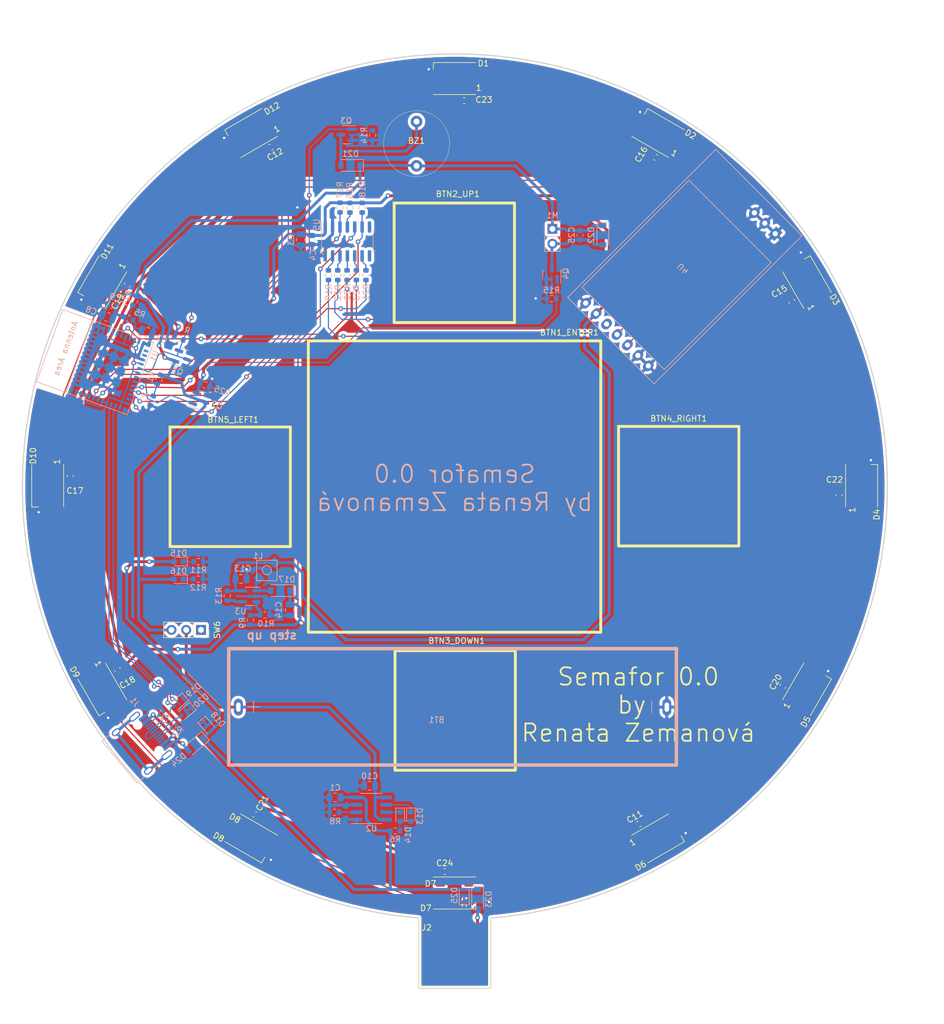
<source format=kicad_pcb>
(kicad_pcb (version 20211014) (generator pcbnew)
  (layers (0 "F.Cu" signal) (31 "B.Cu" signal) (34 "B.Paste" user) (35 "F.Paste" user) (36 "B.SilkS" user "B.Silkscreen") (37 "F.SilkS" user "F.Silkscreen") (38 "B.Mask" user) (39 "F.Mask" user) (44 "Edge.Cuts" user))
  (net 0 "")
  (net 1 "GND")
  (net 2 "unconnected-(U1-Pad10)")
  (net 5 "DATA_LED")
  (net 6 "Net-(D13-Pad1)")
  (net 7 "Net-(R16-Pad2)")
  (net 8 "SDA")
  (net 9 "SCL")
  (net 10 "+5V")
  (net 11 "Net-(D1-Pad2)")
  (net 12 "Net-(D13-Pad2)")
  (net 13 "Net-(D2-Pad2)")
  (net 14 "Net-(D5-Pad2)")
  (net 15 "Net-(D10-Pad4)")
  (net 16 "Net-(D8-Pad2)")
  (net 17 "Net-(D3-Pad2)")
  (net 19 "+3V3")
  (net 20 "Net-(D14-Pad1)")
  (net 21 "Net-(D15-Pad1)")
  (net 22 "D+")
  (net 23 "D-")
  (net 25 "Net-(D16-Pad1)")
  (net 27 "unconnected-(J1-PadS1)")
  (net 28 "Net-(D17-Pad2)")
  (net 29 "Net-(J1-PadA5)")
  (net 30 "Net-(J1-PadB5)")
  (net 31 "Net-(R8-Pad1)")
  (net 32 "Net-(R10-Pad1)")
  (net 34 "PWR_LED")
  (net 35 "Net-(BZ1-Pad2)")
  (net 36 "Net-(C2-Pad1)")
  (net 37 "TX_LoRa")
  (net 38 "RX_LoRa")
  (net 40 "Net-(C25-Pad2)")
  (net 43 "PIEZO")
  (net 44 "MOTOR")
  (net 45 "Net-(R13-Pad2)")
  (net 46 "Net-(R23-Pad1)")
  (net 49 "Net-(D4-Pad2)")
  (net 50 "Net-(D6-Pad2)")
  (net 51 "Net-(BTN1_ENTER1-Pad1)")
  (net 52 "Net-(BTN2_UP1-Pad1)")
  (net 53 "Net-(BTN3_DOWN1-Pad1)")
  (net 54 "Net-(BTN4_RIGHT1-Pad1)")
  (net 55 "Net-(BTN5_LEFT1-Pad1)")
  (net 56 "Net-(D7-Pad2)")
  (net 57 "Net-(D10-Pad2)")
  (net 58 "Net-(D11-Pad2)")
  (net 59 "Net-(D23-Pad2)")
  (net 60 "Net-(D24-Pad2)")
  (net 61 "Net-(R19-Pad1)")
  (net 62 "Net-(R20-Pad1)")
  (net 63 "Net-(R21-Pad2)")
  (net 64 "Net-(R22-Pad1)")
  (net 65 "U_BAT_ADC")
  (net 66 "3V3_SWITCHED")
  (net 67 "Net-(BT1-Pad1)")
  (net 68 "Net-(Q2-Pad1)")
  (net 69 "CHANGE_OF_CAP_BUT")
  (net 70 "Net-(R24-Pad2)")
  (footprint "Library:Cap_btn_2x2" (layer "F.Cu") (at -93.7 -78.85)
    (fp_text reference "BTN3_DOWN1")
    (fp_text value "Cap_btn")
  )
  (footprint "LED_SMD:LED_WS2812B_PLCC4_5.0x5.0mm_P3.2mm" (layer "F.Cu") (at -39.428221 -65.100001 60)
    (fp_text reference "D5")
    (fp_text value "WS2812B")
  )
  (footprint "Connector_PinSocket_2.54mm:PinSocket_1x03_P2.54mm_Vertical" (layer "F.Cu") (at -143.675 -75.325 -90)
    (fp_text reference "SW6")
    (fp_text value "SW_SPDT")
  )
  (footprint "Library:PIEZO" (layer "F.Cu") (at -106.6 -158.895 180)
    (fp_text reference "BZ1")
    (fp_text value "Buzzer")
  )
  (footprint "LED_SMD:LED_WS2812B_PLCC4_5.0x5.0mm_P3.2mm" (layer "F.Cu") (at -30.05 -100.100001 90)
    (fp_text reference "D4")
    (fp_text value "WS2812B")
  )
  (footprint "LED_SMD:LED_WS2812B_PLCC4_5.0x5.0mm_P3.2mm" (layer "F.Cu") (at -170.05 -100.1 -90)
    (fp_text reference "D10")
    (fp_text value "WS2812B")
  )
  (footprint "Library:USB_plug" (layer "F.Cu") (at -100 -13.8)
    (fp_text reference "J2")
    (fp_text value "USB_plug")
  )
  (footprint "Capacitor_SMD:C_0603_1608Metric" (layer "F.Cu") (at -101.75 -33.8)
    (fp_text reference "C24")
    (fp_text value "100n")
  )
  (footprint "Capacitor_SMD:C_0603_1608Metric" (layer "F.Cu") (at -43.5875 -65.62883 60)
    (fp_text reference "C20")
    (fp_text value "100n")
  )
  (footprint "Capacitor_SMD:C_0603_1608Metric" (layer "F.Cu") (at -134.42883 -43.6125 -30)
    (fp_text reference "C21")
    (fp_text value "100n")
  )
  (footprint "Capacitor_SMD:C_0603_1608Metric" (layer "F.Cu") (at -166.15 -101.75 -90)
    (fp_text reference "C17")
    (fp_text value "100n")
  )
  (footprint "LED_SMD:LED_WS2812B_PLCC4_5.0x5.0mm_P3.2mm" (layer "F.Cu") (at -100.05 -30.1)
    (fp_text reference "D7")
    (fp_text value "WS2812B")
  )
  (footprint "Capacitor_SMD:C_0603_1608Metric" (layer "F.Cu") (at -158.05 -68.5 -60)
    (fp_text reference "C18")
    (fp_text value "100n")
  )
  (footprint "Capacitor_SMD:C_0603_1608Metric" (layer "F.Cu") (at -68.35 -41.95 30)
    (fp_text reference "C11")
    (fp_text value "100n")
  )
  (footprint "Library:Cap_btn_5x5" (layer "F.Cu") (at -94.45 -104.25)
    (fp_text reference "BTN1_ENTER1")
    (fp_text value "Cap_btn")
  )
  (footprint "LED_SMD:LED_WS2812B_PLCC4_5.0x5.0mm_P3.2mm" (layer "F.Cu") (at -100.05 -170.1 180)
    (fp_text reference "D1")
    (fp_text value "WS2812B")
  )
  (footprint "LED_SMD:LED_WS2812B_PLCC4_5.0x5.0mm_P3.2mm" (layer "F.Cu") (at -39.428221 -135.1 120)
    (fp_text reference "D3")
    (fp_text value "WS2812B")
  )
  (footprint "LED_SMD:LED_WS2812B_PLCC4_5.0x5.0mm_P3.2mm" (layer "F.Cu") (at -160.671778 -65.1 -60)
    (fp_text reference "D9")
    (fp_text value "WS2812B")
  )
  (footprint "LED_SMD:LED_WS2812B_PLCC4_5.0x5.0mm_P3.2mm" (layer "F.Cu") (at -65.05 -39.478222 30)
    (fp_text reference "D6")
    (fp_text value "WS2812B")
  )
  (footprint "Capacitor_SMD:C_0603_1608Metric" (layer "F.Cu") (at -65.45 -156.55 150)
    (fp_text reference "C16")
    (fp_text value "100n")
  )
  (footprint "Capacitor_SMD:C_0603_1608Metric" (layer "F.Cu") (at -33.9 -98.45 90)
    (fp_text reference "C22")
    (fp_text value "100n")
  )
  (footprint "Capacitor_SMD:C_0603_1608Metric" (layer "F.Cu") (at -98.4 -166.3 180)
    (fp_text reference "C23")
    (fp_text value "100n")
  )
  (footprint "LED_SMD:LED_WS2812B_PLCC4_5.0x5.0mm_P3.2mm" (layer "F.Cu") (at -160.671778 -135.1 -120)
    (fp_text reference "D11")
    (fp_text value "WS2812B")
  )
  (footprint "LED_SMD:LED_WS2812B_PLCC4_5.0x5.0mm_P3.2mm" (layer "F.Cu") (at -65.05 -160.721778 150)
    (fp_text reference "D2")
    (fp_text value "WS2812B")
  )
  (footprint "Library:Cap_btn_2x2" (layer "F.Cu") (at -152.55 -106.45)
    (fp_text reference "BTN5_LEFT1")
    (fp_text value "Cap_btn")
  )
  (footprint "Capacitor_SMD:C_0603_1608Metric" (layer "F.Cu") (at -156.35 -134.6 -120)
    (fp_text reference "C19")
    (fp_text value "100n")
  )
  (footprint "Library:Cap_btn_2x2" (layer "F.Cu") (at -91.4 -161.45)
    (fp_text reference "BTN2_UP1")
    (fp_text value "Cap_btn")
  )
  (footprint "Library:Cap_btn_2x2" (layer "F.Cu") (at -41.15 -105)
    (fp_text reference "BTN4_RIGHT1")
    (fp_text value "Cap_btn")
  )
  (footprint "LED_SMD:LED_WS2812B_PLCC4_5.0x5.0mm_P3.2mm" (layer "F.Cu") (at -135.05 -160.721778 -150)
    (fp_text reference "D12")
    (fp_text value "WS2812B")
  )
  (footprint "Capacitor_SMD:C_0603_1608Metric" (layer "F.Cu") (at -131.65 -158.3 -150)
    (fp_text reference "C12")
    (fp_text value "100n")
  )
  (footprint "Capacitor_SMD:C_0603_1608Metric" (layer "F.Cu") (at -42.05 -131.8 120)
    (fp_text reference "C15")
    (fp_text value "100n")
  )
  (footprint "LED_SMD:LED_WS2812B_PLCC4_5.0x5.0mm_P3.2mm" (layer "F.Cu") (at -135.05 -39.478222 -30)
    (fp_text reference "D8")
    (fp_text value "WS2812B")
  )
  (footprint "Resistor_SMD:R_0603_1608Metric" (layer "B.Cu") (at -119.75 -147.925 -90)
    (fp_text reference "R17")
    (fp_text value "10k")
  )
  (footprint "Resistor_SMD:R_0603_1608Metric" (layer "B.Cu") (at -115.95 -147.9 -90)
    (fp_text reference "R18")
    (fp_text value "10k")
  )
  (footprint "Diode_SMD:D_SOD-123" (layer "B.Cu") (at -130.0125 -82.075 180)
    (fp_text reference "D17")
    (fp_text value "MBR0520")
  )
  (footprint "Library:E22-900T22D" (layer "B.Cu") (at -60.45 -137.771051 -45)
    (fp_text reference "U4")
    (fp_text value "E22-900T22D")
  )
  (footprint "Diode_SMD:D_SOD-123" (layer "B.Cu") (at -96.1 -29.05 -90)
    (fp_text reference "D23")
    (fp_text value "D_Schottky")
  )
  (footprint "Diode_SMD:D_SOD-323" (layer "B.Cu") (at -142.6 -58.8 -50)
    (fp_text reference "D18")
    (fp_text value "SD05_SOD323")
  )
  (footprint "Capacitor_SMD:C_0603_1608Metric" (layer "B.Cu") (at -158.95906 -131.09931 160)
    (fp_text reference "C9")
    (fp_text value "100n")
  )
  (footprint "Resistor_SMD:R_0603_1608Metric" (layer "B.Cu") (at -83.375595 -132.275 180)
    (fp_text reference "R15")
    (fp_text value "100k")
  )
  (footprint "Resistor_SMD:R_0603_1608Metric" (layer "B.Cu") (at -118.05 -147.9 -90)
    (fp_text reference "R16")
    (fp_text value "10k")
  )
  (footprint "Resistor_SMD:R_0603_1608Metric" (layer "B.Cu") (at -116.95 -136.3 -90)
    (fp_text reference "R23")
    (fp_text value "10k")
  )
  (footprint "Capacitor_SMD:C_0805_2012Metric" (layer "B.Cu") (at -152.95906 -126.54931 -20)
    (fp_text reference "C2")
    (fp_text value "1u")
  )
  (footprint "LED_SMD:LED_0603_1608Metric" (layer "B.Cu") (at -147.525 -84.025 180)
    (fp_text reference "D16")
    (fp_text value "Green")
  )
  (footprint "Package_TO_SOT_SMD:SOT-23" (layer "B.Cu") (at -83.325595 -136.55 90)
    (fp_text reference "Q4")
    (fp_text value "Q_NMOS_GSD")
  )
  (footprint "Package_TO_SOT_SMD:SOT-23" (layer "B.Cu") (at -146.90906 -122.09931 -20)
    (fp_text reference "Q1")
    (fp_text value "Q_NMOS_GSD")
  )
  (footprint "Resistor_SMD:R_0603_1608Metric" (layer "B.Cu") (at -120.725 -43.975 180)
    (fp_text reference "R8")
    (fp_text value "1k2")
  )
  (footprint "Capacitor_SMD:C_0805_2012Metric" (layer "B.Cu") (at -159.75906 -129.09931 160)
    (fp_text reference "C8")
    (fp_text value "10u")
  )
  (footprint "Resistor_SMD:R_0603_1608Metric" (layer "B.Cu") (at -120.15 -136.3 -90)
    (fp_text reference "R22")
    (fp_text value "10k")
  )
  (footprint "Diode_SMD:D_SOD-323" (layer "B.Cu") (at -147.5 -62.875 -140)
    (fp_text reference "D19")
    (fp_text value "SD05_SOD323")
  )
  (footprint "Capacitor_SMD:C_0805_2012Metric" (layer "B.Cu") (at -128.3875 -78.75 -90)
    (fp_text reference "C14")
    (fp_text value "10u")
  )
  (footprint "Resistor_SMD:R_0603_1608Metric" (layer "B.Cu") (at -143.00906 -117.44931 -20)
    (fp_text reference "R25")
    (fp_text value "100k")
  )
  (footprint "LED_SMD:LED_0603_1608Metric" (layer "B.Cu") (at -109.425 -43.2125 -90)
    (fp_text reference "D14")
    (fp_text value "Red")
  )
  (footprint "Resistor_SMD:R_0603_1608Metric" (layer "B.Cu") (at -135.1875 -77.025 90)
    (fp_text reference "R9")
    (fp_text value "39k")
  )
  (footprint "Connector_USB:USB_C_Receptacle_HRO_TYPE-C-31-M-12" (layer "B.Cu") (at -154.7 -55.1 130)
    (fp_text reference "J1")
    (fp_text value "USB_C_Receptacle_USB2.0")
  )
  (footprint "Library:battery_dock" (layer "B.Cu") (at -99.9 -62.1 180)
    (fp_text reference "BT1")
    (fp_text value "Battery_Cell")
  )
  (footprint "LED_SMD:LED_0603_1608Metric" (layer "B.Cu") (at -107.575 -43.225 -90)
    (fp_text reference "D13")
    (fp_text value "Green")
  )
  (footprint "Resistor_SMD:R_0603_1608Metric" (layer "B.Cu") (at -144.1125 -87.05)
    (fp_text reference "R11")
    (fp_text value "10k")
  )
  (footprint "Diode_SMD:D_SOD-123" (layer "B.Cu") (at -117.975 -155.17 180)
    (fp_text reference "D21")
    (fp_text value "D_Schottky")
  )
  (footprint "Resistor_SMD:R_0603_1608Metric" (layer "B.Cu") (at -114.175 -160.345 -90)
    (fp_text reference "R14")
    (fp_text value "100k")
  )
  (footprint "Resistor_SMD:R_0603_1608Metric" (layer "B.Cu") (at -150.90906 -118.37431 -110)
    (fp_text reference "R1")
    (fp_text value "47k")
  )
  (footprint "Diode_SMD:D_SOD-323" (layer "B.Cu") (at -98.4 -29.65 90)
    (fp_text reference "D25")
    (fp_text value "SD05_SOD323")
  )
  (footprint "Package_SO:SOIC-14_3.9x8.7mm_P1.27mm" (layer "B.Cu") (at -118.5 -142.1 -90)
    (fp_text reference "U5")
    (fp_text value "AT42QT1070-S")
  )
  (footprint "Capacitor_SMD:C_0603_1608Metric" (layer "B.Cu") (at -124.55 -142.349286 -90)
    (fp_text reference "C4")
    (fp_text value "100n")
  )
  (footprint "Library:ESP32-C3" (layer "B.Cu") (at -159.37189 -120.425855 -110)
    (fp_text reference "U1")
    (fp_text value "ESP32-C3")
  )
  (footprint "Resistor_SMD:R_0603_1608Metric" (layer "B.Cu") (at -147.48406 -125.44931 -20)
    (fp_text reference "R4")
    (fp_text value "10k")
  )
  (footprint "Capacitor_SMD:C_0805_2012Metric" (layer "B.Cu") (at -126.5 -142.399286 -90)
    (fp_text reference "C3")
    (fp_text value "100u")
  )
  (footprint "Resistor_SMD:R_0603_1608Metric" (layer "B.Cu") (at -139.1625 -81.2 -90)
    (fp_text reference "R13")
    (fp_text value "150k")
  )
  (footprint "Resistor_SMD:R_0603_1608Metric" (layer "B.Cu") (at -132.6875 -77.875)
    (fp_text reference "R10")
    (fp_text value "13k")
  )
  (footprint "Package_TO_SOT_SMD:SOT-23" (layer "B.Cu") (at -118.675 -160.445 180)
    (fp_text reference "Q3")
    (fp_text value "Q_NMOS_GSD")
  )
  (footprint "Resistor_SMD:R_0402_1005Metric" (layer "B.Cu") (at -150.45 -61 40)
    (fp_text reference "R3")
    (fp_text value "5k1")
  )
  (footprint "Capacitor_SMD:C_0805_2012Metric" (layer "B.Cu") (at -114.675 -48.525 180)
    (fp_text reference "C10")
    (fp_text value "4u7")
  )
  (footprint "Resistor_SMD:R_0603_1608Metric" (layer "B.Cu") (at -152.13406 -114.74931 -110)
    (fp_text reference "R7")
    (fp_text value "10k")
  )
  (footprint "Capacitor_SMD:C_0603_1608Metric" (layer "B.Cu") (at -78.475595 -143.175 -90)
    (fp_text reference "C25")
    (fp_text value "100n")
  )
  (footprint "Capacitor_SMD:C_0805_2012Metric" (layer "B.Cu") (at -120.625 -46.525 180)
    (fp_text reference "C1")
    (fp_text value "4u7")
  )
  (footprint "Resistor_SMD:R_0603_1608Metric" (layer "B.Cu") (at -115.3 -136.3 90)
    (fp_text reference "R21")
    (fp_text value "10k")
  )
  (footprint "Package_TO_SOT_SMD:SOT-23-5" (layer "B.Cu") (at -135.2875 -81.1 180)
    (fp_text reference "U3")
    (fp_text value "LT1930")
  )
  (footprint "Package_SO:SOP-8_3.76x4.96mm_P1.27mm" (layer "B.Cu") (at -114.375 -44.625)
    (fp_text reference "U2")
    (fp_text value "CN3058E")
  )
  (footprint "Resistor_SMD:R_0402_1005Metric" (layer "B.Cu") (at -148.35 -58.75 40)
    (fp_text reference "R2")
    (fp_text value "5k1")
  )
  (footprint "Capacitor_SMD:C_0805_2012Metric" (layer "B.Cu") (at -136.7875 -84.075)
    (fp_text reference "C13")
    (fp_text value "4u7")
  )
  (footprint "Connector_PinHeader_2.54mm:PinHeader_1x02_P2.54mm_Vertical" (layer "B.Cu") (at -83.224405 -144.25 180)
    (fp_text reference "M1")
    (fp_text value "Motor_DC")
  )
  (footprint "Diode_SMD:D_SOD-323" (layer "B.Cu") (at -146.2 -61.275 -140)
    (fp_text reference "D20")
    (fp_text value "SD05_SOD323")
  )
  (footprint "LED_SMD:LED_0603_1608Metric" (layer "B.Cu") (at -147.5125 -87.075 180)
    (fp_text reference "D15")
    (fp_text value "Green")
  )
  (footprint "Resistor_SMD:R_0603_1608Metric" (layer "B.Cu") (at -156.15906 -128.84931 -20)
    (fp_text reference "R5")
    (fp_text value "10k")
  )
  (footprint "Resistor_SMD:R_0603_1608Metric" (layer "B.Cu") (at -144.15 -84.05)
    (fp_text reference "R12")
    (fp_text value "10k")
  )
  (footprint "Resistor_SMD:R_0603_1608Metric" (layer "B.Cu") (at -110.275 -40.775)
    (fp_text reference "R6")
    (fp_text value "330R")
  )
  (footprint "Diode_SMD:D_SOD-123" (layer "B.Cu") (at -144.6 -55.65 -140)
    (fp_text reference "D24")
    (fp_text value "D_Schottky")
  )
  (footprint "Package_TO_SOT_SMD:SOT-23" (layer "B.Cu") (at -143.85906 -114.79931 -20)
    (fp_text reference "Q2")
    (fp_text value "Q_NMOS_GSD")
  )
  (footprint "Resistor_SMD:R_0603_1608Metric" (layer "B.Cu") (at -155.10906 -131.92431 -110)
    (fp_text reference "R24")
    (fp_text value "10k")
  )
  (footprint "Library:L_CDRH3D18" (layer "B.Cu") (at -132.3625 -85.55 180)
    (fp_text reference "L1")
    (fp_text value "4u7")
  )
  (footprint "Resistor_SMD:R_0603_1608Metric" (layer "B.Cu") (at -118.55 -136.3 -90)
    (fp_text reference "R20")
    (fp_text value "10k")
  )
  (footprint "Resistor_SMD:R_0603_1608Metric" (layer "B.Cu") (at -121.75 -136.299286 -90)
    (fp_text reference "R19")
    (fp_text value "10k")
  )
  (footprint "Diode_SMD:D_SOD-123" (layer "B.Cu") (at -74.550595 -143.175 -90)
    (fp_text reference "D22")
    (fp_text value "D_Schottky")
  )
  (gr_rect (start -110.3 -71.75) (end -89.6 -51.2) (layer "F.SilkS") (width 0.5) (fill none))
  (gr_rect (start -110.45 -148.7) (end -89.75 -128.15) (layer "F.SilkS") (width 0.5) (fill none))
  (gr_rect (start -71.85 -110.3) (end -51.15 -89.75) (layer "F.SilkS") (width 0.5) (fill none))
  (gr_rect (start -125.2125 -125) (end -74.9125 -74.925) (layer "F.SilkS") (width 0.5) (fill none))
  (gr_rect (start -149 -110.2) (end -128.3 -89.65) (layer "F.SilkS") (width 0.5) (fill none))
  (gr_line (start -93.8 -13.65) (end -93.799652 -25.795835) (layer "Edge.Cuts") (width 0.1))
  (gr_arc (start -106.25 -25.8) (mid -99.975139 -174.326069) (end -93.799652 -25.795835) (layer "Edge.Cuts") (width 0.2))
  (gr_line (start -106.25 -13.65) (end -93.8 -13.65) (layer "Edge.Cuts") (width 0.1))
  (gr_line (start -106.25 -25.8) (end -106.25 -13.65) (layer "Edge.Cuts") (width 0.1))
  (gr_text "step up\n" (at -131.5 -74.45) (layer "B.SilkS") (effects (font (size 1.5 1.5) (thickness 0.3)) (justify mirror)))
  (gr_text "Semafor 0.0\nby Renata Zemanová\n" (at -100.05 -99.7) (layer "B.SilkS") (effects (font (size 3 3) (thickness 0.3)) (justify mirror)))
  (gr_text "Semafor 0.0\nby \nRenata Zemanová" (at -68.45 -62.45) (layer "F.SilkS") (effects (font (size 3 3) (thickness 0.3))))
  (segment (start -99.175 -166.3) (end -99.175 -170.325) (width 0.5) (layer "F.Cu") (net 1))
  (segment (start -39.26758 -138.021762) (end -38.3 -136.25) (width 0.5) (layer "F.Cu") (net 1))
  (segment (start -39.26758 -138.021762) (end -40.5 -140.2) (width 0.5) (layer "F.Cu") (net 1))
  (segment (start -133.728238 -36.867581) (end -135.55 -37.95) (width 0.5) (layer "F.Cu") (net 1))
  (segment (start -66.371762 -163.332419) (end -64.6 -162.3) (width 0.5) (layer "F.Cu") (net 1))
  (segment (start -97.6 -28.5) (end -94.1 -28.55) (width 0.5) (layer "F.Cu") (net 1))
  (segment (start -66.12117 -156.9375) (end -64.15 -160.8) (width 0.5) (layer "F.Cu") (net 1))
  (segment (start -46.689702 -145.223956) (end -44.893651 -143.427905) (width 0.5) (layer "F.Cu") (net 1))
  (segment (start -171.65 -99.1) (end -171.65 -97.65) (width 0.5) (layer "F.Cu") (net 1))
  (segment (start -39.1 -64.1) (end -39.95 -64.5) (width 0.5) (layer "F.Cu") (net 1))
  (segment (start -135.55 -37.95) (end -135.95 -39.25) (width 0.5) (layer "F.Cu") (net 1))
  (segment (start -102.5 -171.7) (end -104.5 -171.7) (width 0.5) (layer "F.Cu") (net 1))
  (segment (start -97.6 -28.5) (end -100.9 -28.5) (width 0.5) (layer "F.Cu") (net 1))
  (segment (start -163.282419 -133.778238) (end -162.25 -135.65) (width 0.5) (layer "F.Cu") (net 1))
  (segment (start -99.175 -170.325) (end -100.55 -171.7) (width 0.5) (layer "F.Cu") (net 1))
  (segment (start -64.05 -38.25) (end -65.3 -38.45) (width 0.5) (layer "F.Cu") (net 1))
  (segment (start -68.525159 -122.511687) (end -66.729108 -120.715635) (width 0.5) (layer "F.Cu") (net 1))
  (segment (start -156.7375 -133.92883) (end -160.5 -135.9) (width 0.5) (layer "F.Cu") (net 1))
  (segment (start -42.4375 -132.47117) (end -38.75 -134.4) (width 0.5) (layer "F.Cu") (net 1))
  (segment (start -169.775 -100.975) (end -171.65 -99.1) (width 0.5) (layer "F.Cu") (net 1))
  (segment (start -133.75766 -43.225) (end -135.75 -39.65) (width 0.5) (layer "F.Cu") (net 1))
  (segment (start -28.45 -102.550001) (end -28.45 -104.5) (width 0.5) (layer "F.Cu") (net 1))
  (segment (start -166.15 -100.975) (end -169.775 -100.975) (width 0.5) (layer "F.Cu") (net 1))
  (segment (start -133.728238 -36.867581) (end -131.65 -35.8) (width 0.5) (layer "F.Cu") (net 1))
  (segment (start -65.3 -38.45) (end -65.65 -39.05) (width 0.5) (layer "F.Cu") (net 1))
  (segment (start -157.6625 -67.82883) (end -160.7975 -65.9975) (width 0.5) (layer "F.Cu") (net 1))
  (segment (start -67.67883 -42.3375) (end -65.65 -39.05) (width 0.5) (layer "F.Cu") (net 1))
  (segment (start -100.975 -26.275) (end -100.975 -28.575) (width 0.5) (layer "F.Cu") (net 1))
  (segment (start -48.485753 -147.020008) (end -46.689702 -145.223956) (width 0.5) (layer "F.Cu") (net 1))
  (segment (start -103.81 -23.44) (end -100.975 -26.275) (width 0.5) (layer "F.Cu") (net 1))
  (segment (start -137.971762 -160.882419) (end -135.95 -162) (width 0.5) (layer "F.Cu") (net 1))
  (segment (start -33.9 -99.225) (end -30.275 -99.225) (width 0.5) (layer "F.Cu") (net 1))
  (segment (start -62.128238 -39.317581) (end -64.05 -38.25) (width 0.5) (layer "F.Cu") (net 1))
  (segment (start -160.75 -136.05) (end -160.5 -135.9) (width 0.5) (layer "F.Cu") (net 1))
  (segment (start -100.975 -33.8) (end -100.975 -30.875) (width 0.5) (layer "F.Cu") (net 1))
  (segment (start -171.65 -97.65) (end -171.6 -95.55) (width 0.5) (layer "F.Cu") (net 1))
  (segment (start -135.95 -162) (end -134.35 -161.35) (width 0.5) (layer "F.Cu") (net 1))
  (segment (start -100.55 -171.7) (end -102.5 -171.7) (width 0.5) (layer "F.Cu") (net 1))
  (segment (start -161.8 -65.4) (end -160.7975 -65.9975) (width 0.5) (layer "F.Cu") (net 1))
  (segment (start -37.95 -64.5) (end -39.1 -64.1) (width 0.5) (layer "F.Cu") (net 1))
  (segment (start -135.95 -39.25) (end -135.75 -39.65) (width 0.5) (layer "F.Cu") (net 1))
  (segment (start -64.6 -162.3) (end -64.15 -160.8) (width 0.5) (layer "F.Cu") (net 1))
  (segment (start -43.2 -66.3) (end -39.95 -64.5) (width 0.5) (layer "F.Cu") (net 1))
  (segment (start -162.05 -64.35) (end -161.8 -65.4) (width 0.5) (layer "F.Cu") (net 1))
  (segment (start -36.81758 -66.421763) (end -37.95 -64.5) (width 0.5) (layer "F.Cu") (net 1))
  (segment (start -163.282419 -133.778238) (end -164.25 -132.1) (width 0.5) (layer "F.Cu") (net 1))
  (segment (start -100.9 -28.5) (end -100.975 -28.575) (width 0.5) (layer "F.Cu") (net 1))
  (segment (start -38.3 -136.25) (end -38.75 -134.4) (width 0.5) (layer "F.Cu") (net 1))
  (segment (start -66.371762 -163.332419) (end -68.15 -164.35) (width 0.5) (layer "F.Cu") (net 1))
  (segment (start -160.832419 -62.178238) (end -159.65 -60.2) (width 0.5) (layer "F.Cu") (net 1))
  (segment (start -28.45 -101.05) (end -28.45 -102.550001) (width 0.5) (layer "F.Cu") (net 1))
  (segment (start -36.81758 -66.421763) (end -35.8 -68.25) (width 0.5) (layer "F.Cu") (net 1))
  (segment (start -103.81 -18.7) (end -103.81 -23.44) (width 0.5) (layer "F.Cu") (net 1))
  (segment (start -30.275 -99.225) (end -28.45 -101.05) (width 0.5) (layer "F.Cu") (net 1))
  (segment (start -160.832419 -62.178238) (end -162.05 -64.35) (width 0.5) (layer "F.Cu") (net 1))
  (segment (start -137.971762 -160.882419) (end -139.7 -159.9) (width 0.5) (layer "F.Cu") (net 1))
  (segment (start -100.975 -28.575) (end -100.975 -30.875) (width 0.5) (layer "F.Cu") (net 1))
  (segment (start -62.128238 -39.317581) (end -60.3 -40.4) (width 0.5) (layer "F.Cu") (net 1))
  (segment (start -132.32117 -157.9125) (end -134.35 -161.35) (width 0.5) (layer "F.Cu") (net 1))
  (segment (start -162.25 -135.65) (end -160.75 -136.05) (width 0.5) (layer "F.Cu") (net 1))
  (via (at -127.1 -147.95) (size 0.8) (drill 0.4) (layers "F.Cu" "B.Cu") (net 1))
  (via (at -94.1 -28.55) (size 0.8) (drill 0.4) (layers "F.Cu" "B.Cu") (net 1))
  (via (at -141.75 -118.5) (size 0.8) (drill 0.4) (layers "F.Cu" "B.Cu") (net 1))
  (via (at -68.15 -164.35) (size 0.8) (drill 0.4) (layers "F.Cu" "B.Cu") (net 1))
  (via (at -40.5 -140.2) (size 0.8) (drill 0.4) (layers "F.Cu" "B.Cu") (net 1))
  (via (at -28.45 -104.5) (size 0.8) (drill 0.4) (layers "F.Cu" "B.Cu") (net 1))
  (via (at -171.6 -95.55) (size 0.8) (drill 0.4) (layers "F.Cu" "B.Cu") (net 1))
  (via (at -104.5 -171.7) (size 0.8) (drill 0.4) (layers "F.Cu" "B.Cu") (net 1))
  (via (at -164.25 -132.1) (size 0.8) (drill 0.4) (layers "F.Cu" "B.Cu") (net 1))
  (via (at -135.8375 -85.75) (size 0.8) (drill 0.4) (layers "F.Cu" "B.Cu") (net 1))
  (via (at -131.65 -35.8) (size 0.8) (drill 0.4) (layers "F.Cu" "B.Cu") (net 1))
  (via (at -60.3 -40.4) (size 0.8) (drill 0.4) (layers "F.Cu" "B.Cu") (net 1))
  (via (at -86.1 -132.3) (size 0.8) (drill 0.4) (layers "F.Cu" "B.Cu") (net 1))
  (via (at -139.7 -159.9) (size 0.8) (drill 0.4) (layers "F.Cu" "B.Cu") (net 1))
  (via (at -159.65 -60.2) (size 0.8) (drill 0.4) (layers "F.Cu" "B.Cu") (net 1))
  (via (at -158.80906 -116.04931) (size 0.8) (drill 0.4) (layers "F.Cu" "B.Cu") (net 1))
  (via (at -126.1 -144.85) (size 0.8) (drill 0.4) (layers "F.Cu" "B.Cu") (net 1))
  (via (at -35.8 -68.25) (size 0.8) (drill 0.4) (layers "F.Cu" "B.Cu") (net 1))
  (segment (start -159.37189 -120.425855) (end -158.6964 -122.281748) (width 0.5) (layer "B.Cu") (net 1))
  (segment (start -150.059317 -61.327822) (end -151.293925 -62.793925) (width 0.5) (layer "B.Cu") (net 1))
  (segment (start -153.00906 -112.52431) (end -153.78406 -112.07431) (width 0.5) (layer "B.Cu") (net 1))
  (segment (start -143.275 -84.1) (end -143.325 -84.05) (width 0.2) (layer "B.Cu") (net 1))
  (segment (start -161.988349 -127.710026) (end -161.398764 -127.459606) (width 0.5) (layer "B.Cu") (net 1))
  (segment (start -134.4875 -85.75) (end -134.2875 -85.95) (width 0.5) (layer "B.Cu") (net 1))
  (segment (start -120.975 -48.525) (end -121.575 -47.925) (width 0.5) (layer "B.Cu") (net 1))
  (segment (start -149.15 -64.55) (end -149.75 -64.05) (width 0.5) (layer "B.Cu") (net 1))
  (segment (start -146.695653 -63.549927) (end -147.05 -64) (width 0.5) (layer "B.Cu") (net 1))
  (segment (start -146.695653 -63.549927) (end -145.395653 -61.949927) (width 0.5) (layer "B.Cu") (net 1))
  (segment (start -86.075 -132.275) (end -86.1 -132.3) (width 0.5) (layer "B.Cu") (net 1))
  (segment (start -156.359067 -112.999303) (end -156.755431 -113.141684) (width 0.5) (layer "B.Cu") (net 1))
  (segment (start -163.702768 -122.853508) (end -163.429152 -123.605262) (width 0.5) (layer "B.Cu") (net 1))
  (segment (start -161.227783 -121.101345) (end -160.552293 -122.957238) (width 0.5) (layer "B.Cu") (net 1))
  (segment (start -130.0375 -83.35) (end -130.0375 -77.8) (width 0.5) (layer "B.Cu") (net 1))
  (segment (start -130.0375 -77.8) (end -131.7875 -77.8) (width 0.5) (layer "B.Cu") (net 1))
  (segment (start -161.227783 -121.101345) (end -161.903273 -119.245452) (width 0.5) (layer "B.Cu") (net 1))
  (segment (start -160.552293 -122.957238) (end -158.6964 -122.281748) (width 0.5) (layer "B.Cu") (net 1))
  (segment (start -77.505416 -131.491943) (end -64.826308 -144.171051) (width 0.5) (layer "B.Cu") (net 1))
  (segment (start -160.651768 -129.424229) (end -161.398764 -127.459606) (width 0.5) (layer "B.Cu") (net 1))
  (segment (start -164.25 -121.35) (end -163.976384 -122.101754) (width 0.5) (layer "B.Cu") (net 1))
  (segment (start -164.797232 -119.846491) (end -164.666213 -120.206463) (width 0.5) (layer "B.Cu") (net 1))
  (segment (start -122.394286 -141.574286) (end -122.31 -141.49) (width 0.5) (layer "B.Cu") (net 1))
  (segment (start -84.275595 -135.6125) (end -84.275595 -133.575) (width 0.5) (layer "B.Cu") (net 1))
  (segment (start -158.191487 -117.894472) (end -158.80906 -116.04931) (width 0.5) (layer "B.Cu") (net 1))
  (segment (start -84.200595 -133.5) (end -84.275595 -133.575) (width 0.5) (layer "B.Cu") (net 1))
  (segment (start -84.200595 -132.275) (end -84.200595 -133.5) (width 0.5) (layer "B.Cu") (net 1))
  (segment (start -84.200595 -132.275) (end -86.075 -132.275) (width 0.5) (layer "B.Cu") (net 1))
  (segment (start -145.35 -58.4) (end -145.37 -59.77) (width 0.5) (layer "B.Cu") (net 1))
  (segment (start -135.8375 -85.75) (end -135.8875 -85.75) (width 0.5) (layer "B.Cu") (net 1))
  (segment (start -155.70906 -122.49931) (end -156.00906 -122.59931) (width 0.5) (layer "B.Cu") (net 1))
  (segment (start -121.55 -43.975) (end -121.55 -45.25) (width 0.5) (layer "B.Cu") (net 1))
  (segment (start -149.75 -64.05) (end -151.293925 -62.793925) (width 0.5) (layer "B.Cu") (net 1))
  (segment (start -143.2875 -84.0875) (end -143.325 -84.05) (width 0.5) (layer "B.Cu") (net 1))
  (segment (start -121.55 -45.25) (end -121.55 -46.5) (width 0.5) (layer "B.Cu") (net 1))
  (segment (start -145.65 -58.1) (end -145.35 -58.4) (width 0.5) (layer "B.Cu") (net 1))
  (segment (start -64.826308 -144.171051) (end -51.33471 -144.171051) (width 0.5) (layer "B.Cu") (net 1))
  (segment (start -116.9125 -45.26) (end -121.54 -45.26) (width 0.5) (layer "B.Cu") (net 1))
  (segment (start -135.8375 -84.075) (end -135.8375 -85.7) (width 0.5) (layer "B.Cu") (net 1))
  (segment (start -126.5 -141.449286) (end -125.500714 -141.449286) (width 0.5) (layer "B.Cu") (net 1))
  (segment (start -147.05 -64) (end -149.15 -64.55) (width 0.5) (layer "B.Cu") (net 1))
  (segment (start -132.6375 -85.95) (end -130.0375 -83.35) (width 0.5) (layer "B.Cu") (net 1))
  (segment (start -148.5 -56.05) (end -147.95 -56.15) (width 0.5) (layer "B.Cu") (net 1))
  (segment (start -122.31 -142.09) (end -121.04 -143.36) (width 0.5) (layer "B.Cu") (net 1))
  (segment (start -117.7375 -159.495) (end -114.2 -159.495) (width 0.5) (layer "B.Cu") (net 1))
  (segment (start -131.8625 -77.875) (end -131.8625 -80.45) (width 0.5) (layer "B.Cu") (net 1))
  (segment (start -147.95 -56.15) (end -146.461765 -57.411765) (width 0.5) (layer "B.Cu") (net 1))
  (segment (start -161.227783 -121.101345) (end -163.976384 -122.101754) (width 0.5) (layer "B.Cu") (net 1))
  (segment (start -124.55 -141.574286) (end -125.375714 -141.574286) (width 0.5) (layer "B.Cu") (net 1))
  (segment (start -66.729108 -120.715635) (end -63.023692 -124.421051) (width 0.5) (layer "B.Cu") (net 1))
  (segment (start -129.9375 -77.8) (end -130.0375 -77.8) (width 0.5) (layer "B.Cu") (net 1))
  (segment (start -163.976384 -122.101754) (end -163.702768 -122.853508) (width 0.5) (layer "B.Cu") (net 1))
  (segment (start -134.2875 -85.95) (end -132.6375 -85.95) (width 0.5) (layer "B.Cu") (net 1))
  (segment (start -145.05 -60.05) (end -144.305648 -60.744352) (width 0.5) (layer "B.Cu") (net 1))
  (segment (start -121.575 -47.925) (end -121.575 -46.525) (width 0.5) (layer "B.Cu") (net 1))
  (segment (start -149.51229 -55.210431) (end -148.5 -56.05) (width 0.5) (layer "B.Cu") (net 1))
  (segment (start -151.542056 -62.592056) (end -152.7 -61.65) (width 0.5) (layer "B.Cu") (net 1))
  (segment (start -158.6964 -122.281748) (end -156.840507 -121.606258) (width 0.5) (layer "B.Cu") (net 1))
  (segment (start -153.78406 -112.07431) (end -156.359067 -112.999303) (width 0.5) (layer "B.Cu") (net 1))
  (segment (start -120.0025 -48.525) (end -120.975 -48.525) (width 0.5) (layer "B.Cu") (net 1))
  (segment (start -153.595201 -124.601961) (end -154.53654 -122.07183) (width 0.5) (layer "B.Cu") (net 1))
  (segment (start -131.7875 -77.8) (end -131.8625 -77.875) (width 0.5) (layer "B.Cu") (net 1))
  (segment (start -164.523616 -120.598246) (end -164.25 -121.35) (width 0.5) (layer "B.Cu") (net 1))
  (segment (start -166.058388 -116.527684) (end -165.618081 -117.591229) (width 0.5) (layer "B.Cu") (net 1))
  (segment (start -162.608303 -125.860524) (end -162.881919 -125.10877) (width 0.5) (layer "B.Cu") (net 1))
  (segment (start -152.95 -60.8) (end -153.69041 -60.18972) (width 0.5) (layer "B.Cu") (net 1))
  (segment (start -147.959317 -59.077822) (end -146.461765 -57.411765) (width 0.5) (layer "B.Cu") (net 1))
  (segment (start -114.2 -159.495) (end -114.175 -159.52) (width 0.5) (layer "B.Cu") (net 1))
  (segment (start -146.461765 -57.411765) (end -145.65 -58.1) (width 0.5) (layer "B.Cu") (net 1))
  (segment (start -132.5125 -81.1) (end -134.15 -81.1) (width 0.5) (layer "B.Cu") (net 1))
  (segment (start -152.416227 -113.974064) (end -153.00906 -112.52431) (width 0.5) (layer "B.Cu") (net 1))
  (segment (start -145.05 -60.05) (end -145.37 -59.77) (width 0.5) (layer "B.Cu") (net 1))
  (segment (start -152.7 -61.65) (end -152.95 -60.8) (width 0.5) (layer "B.Cu") (net 1))
  (segment (start -124.55 -141.574286) (end -122.394286 -141.574286) (width 0.5) (layer "B.Cu") (net 1))
  (segment (start -152.685392 -124.324026) (end -153.595201 -124.601961) (width 0.5) (layer "B.Cu") (net 1))
  (segment (start -165.618081 -117.591229) (end -165.344464 -118.342983) (width 0.5) (layer "B.Cu") (net 1))
  (segment (start -143.2875 -87.05) (end -143.2875 -84.0875) (width 0.5) (layer "B.Cu") (net 1))
  (segment (start -153.672932 -121.756973) (end -154.53654 -122.07183) (width 0.5) (layer "B.Cu") (net 1))
  (segment (start -135.8875 -85.75) (end -134.4875 -85.75) (width 0.5) (layer "B.Cu") (net 1))
  (segment (start -163.155535 -124.357016) (end -162.881919 -125.10877) (width 0.5) (layer "B.Cu") (net 1))
  (segment (start -125.375714 -141.574286) (end -125.500714 -141.449286) (width 0.5) (layer "B.Cu") (net 1))
  (segment (start -121.54 -45.26) (end -121.55 -45.25) (width 0.5) (layer "B.Cu") (net 1))
  (segment (start -98.4 -28.6) (end -94.1 -28.55) (width 0.5) (layer "B.Cu") (net 1))
  (segment (start -122.31 -141.49) (end -122.31 -142.09) (width 0.5) (layer "B.Cu") (net 1))
  (segment (start -128.3875 -77.8) (end -129.9375 -77.8) (width 0.5) (layer "B.Cu") (net 1))
  (segment (start -160.04738 -118.569962) (end -159.37189 -120.425855) (width 0.5) (layer "B.Cu") (net 1))
  (segment (start -121.55 -46.5) (end -121.575 -46.525) (width 0.5) (layer "B.Cu") (net 1))
  (segment (start -142.233814 -117.167143) (end -141.75 -118.5) (width 0.5) (layer "B.Cu") (net 1))
  (segment (start -151.293925 -62.793925) (end -151.542056 -62.592056) (width 0.5) (layer "B.Cu") (net 1))
  (segment (start -161.398764 -127.459606) (end -161.112742 -127.338122) (width 0.5) (layer "B.Cu") (net 1))
  (segment (start -157.515997 -119.750365) (end -158.191487 -117.894472) (width 0.5) (layer "B.Cu") (net 1))
  (segment (start -143.274927 -59.604347) (end -144.305648 -60.744352) (width 0.5) (layer "B.Cu") (net 1))
  (segment (start -159.687322 -131.364376) (end -160.651768 -129.424229) (width 0.5) (layer "B.Cu") (net 1))
  (segment (start -156.45906 -122.44931) (end -156.840507 -121.606258) (width 0.5) (layer "B.Cu") (net 1))
  (segment (start -159.37189 -120.425855) (end -161.227783 -121.101345) (width 0.5) (layer "B.Cu") (net 1))
  (segment (start -135.8375 -85.7) (end -135.8875 -85.75) (width 0.5) (layer "B.Cu") (net 1))
  (segment (start -160.360988 -127.064506) (end -161.112742 -127.338122) (width 0.5) (layer "B.Cu") (net 1))
  (segment (start -164.666213 -120.206463) (end -164.523616 -120.598246) (width 0.5) (layer "B.Cu") (net 1))
  (segment (start -162.334687 -126.612278) (end -162.608303 -125.860524) (width 0.5) (layer "B.Cu") (net 1))
  (segment (start -152.066352 -126.224391) (end -152.685392 -124.324026) (width 0.5) (layer "B.Cu") (net 1))
  (segment (start -154.53654 -122.07183) (end -155.70906 -122.49931) (width 0.5) (layer "B.Cu") (net 1))
  (segment (start -162.334687 -126.612278) (end -161.988349 -127.710026) (width 0.5) (layer "B.Cu") (net 1))
  (segment (start -163.429152 -123.605262) (end -163.155535 -124.357016) (width 0.5) (layer "B.Cu") (net 1))
  (segment (start -121.04 -144.575) (end -121.04 -143.36) (width 0.5) (layer "B.Cu") (net 1))
  (segment (start -161.903273 -119.245452) (end -160.04738 -118.569962) (width 0.5) (layer "B.Cu") (net 1))
  (segment (start -158.191487 -117.894472) (end -160.04738 -118.569962) (width 0.5) (layer "B.Cu") (net 1))
  (segment (start -63.023692 -125.297864) (end -44.893651 -143.427905) (width 0.5) (layer "B.Cu") (net 1))
  (segment (start -122.31 -139.625) (end -122.31 -141.49) (width 0.5) (layer "B.Cu") (net 1))
  (segment (start -156.840507 -121.606258) (end -157.515997 -119.750365) (width 0.5) (layer "B.Cu") (net 1))
  (segment (start -131.8625 -80.45) (end -132.5125 -81.1) (width 0.5) (layer "B.Cu") (net 1))
  (segment (start -115.625 -48.525) (end -120.0025 -48.525) (width 0.5) (layer "B.Cu") (net 1))
  (segment (start -51.33471 -144.171051) (end -48.485753 -147.020008) (width 0.5) (layer "B.Cu") (net 1))
  (segment (start -63.023692 -124.421051) (end -63.023692 -125.297864) (width 0.5) (layer "B.Cu") (net 1))
  (segment (start -165.070848 -119.094737) (end -165.344464 -118.342983) (width 0.5) (layer "B.Cu") (net 1))
  (segment (start -144.305648 -60.744352) (end -145.395653 -61.949927) (width 0.5) (layer "B.Cu") (net 1))
  (segment (start -156.00906 -122.59931) (end -156.45906 -122.44931) (width 0.5) (layer "B.Cu") (net 1))
  (segment (start -165.070848 -119.094737) (end -164.797232 -119.846491) (width 0.5) (layer "B.Cu") (net 1))
  (segment (start -155.25906 -121.19931) (end -154.85906 -123.74931) (width 0.2) (layer "F.Cu") (net 2))
  (via (at -154.85906 -123.74931) (size 0.8) (drill 0.4) (layers "F.Cu" "B.Cu") (net 2))
  (via (at -155.25906 -121.19931) (size 0.8) (drill 0.4) (layers "F.Cu" "B.Cu") (net 2))
  (segment (start -155.098709 -125.149193) (end -155.53406 -123.97431) (width 0.2) (layer "B.Cu") (net 2))
  (segment (start -159.50906 -115.34931) (end -157.262312 -114.552562) (width 0.2) (layer "B.Cu") (net 2))
  (segment (start -156.95906 -124.47431) (end -159.20906 -125.34931) (width 0.2) (layer "B.Cu") (net 2))
  (segment (start -162.893317 -115.428901) (end -163.30906 -114.39931) (width 0.2) (layer "B.Cu") (net 2))
  (segment (start -159.886301 -114.334436) (end -159.55906 -115.19931) (width 0.2) (layer "B.Cu") (net 2))
  (segment (start -154.49378 -119.50171) (end -155.396026 -119.811276) (width 0.2) (layer "B.Cu") (net 2))
  (segment (start -155.396026 -119.811276) (end -155.25906 -121.19931) (width 0.2) (layer "B.Cu") (net 2))
  (segment (start -159.20906 -125.34931) (end -158.857479 -126.517274) (width 0.2) (layer "B.Cu") (net 2))
  (segment (start -154.85906 -123.74931) (end -154.346955 -124.875577) (width 0.2) (layer "B.Cu") (net 2))
  (segment (start -163.30906 -114.39931) (end -160.95906 -113.64931) (width 0.2) (layer "B.Cu") (net 2))
  (segment (start -160.95906 -113.64931) (end -160.638055 -114.608052) (width 0.2) (layer "B.Cu") (net 2))
  (segment (start -153.946548 -121.005219) (end -154.55906 -121.24931) (width 0.2) (layer "B.Cu") (net 2))
  (segment (start -159.55906 -115.19931) (end -159.50906 -115.34931) (width 0.2) (layer "B.Cu") (net 2))
  (segment (start -154.55906 -121.24931) (end -155.25906 -121.19931) (width 0.2) (layer "B.Cu") (net 2))
  (segment (start -155.396026 -119.811276) (end -157.262312 -114.552562) (width 0.2) (layer "B.Cu") (net 2))
  (segment (start -155.53406 -123.97431) (end -156.95906 -124.47431) (width 0.2) (layer "B.Cu") (net 2))
  (segment (start -157.262312 -114.552562) (end -157.631038 -113.513588) (width 0.2) (layer "B.Cu") (net 2))
  (segment (start -154.85906 -123.74931) (end -155.53406 -123.97431) (width 0.2) (layer "B.Cu") (net 2))
  (segment (start -163.645071 -115.702517) (end -162.893317 -115.428901) (width 0.2) (layer "B.Cu") (net 2))
  (segment (start -156.409093 -114.239432) (end -157.262312 -114.552562) (width 0.2) (layer "B.Cu") (net 2))
  (segment (start -165.148579 -116.249749) (end -164.396825 -115.976133) (width 0.2) (layer "B.Cu") (net 2))
  (segment (start -164.396825 -115.976133) (end -163.645071 -115.702517) (width 0.2) (layer "B.Cu") (net 2))
  (segment (start -156.602217 -125.696425) (end -156.95906 -124.47431) (width 0.2) (layer "B.Cu") (net 2))
  (segment (start -160.638055 -114.608052) (end -159.886301 -114.334436) (width 0.2) (layer "B.Cu") (net 2))
  (segment (start -102.5 -168.5) (end -117 -168.5) (width 0.2) (layer "F.Cu") (net 5))
  (segment (start -117 -168.5) (end -145.3 -140.2) (width 0.2) (layer "F.Cu") (net 5))
  (segment (start -145.3 -140.2) (end -145.3 -129) (width 0.2) (layer "F.Cu") (net 5))
  (via (at -145.3 -129) (size 0.8) (drill 0.4) (layers "F.Cu" "B.Cu") (net 5))
  (segment (start -147.465103 -123.312662) (end -147.804774 -122.403596) (width 0.2) (layer "B.Cu") (net 5))
  (segment (start -147.804774 -122.403596) (end -146.028098 -121.778666) (width 0.2) (layer "B.Cu") (net 5))
  (segment (start -154.220164 -120.253464) (end -152.75906 -119.69931) (width 0.2) (layer "B.Cu") (net 5))
  (segment (start -151.00906 -122.62431) (end -149.95906 -123.14931) (width 0.2) (layer "B.Cu") (net 5))
  (segment (start -152.03406 -120.07431) (end -151.00906 -122.62431) (width 0.2) (layer "B.Cu") (net 5))
  (segment (start -147.804774 -122.403596) (end -149.95906 -123.14931) (width 0.2) (layer "B.Cu") (net 5))
  (segment (start -152.75906 -119.69931) (end -152.03406 -120.07431) (width 0.2) (layer "B.Cu") (net 5))
  (segment (start -146.708814 -125.167143) (end -145.3 -129) (width 0.2) (layer "B.Cu") (net 5))
  (segment (start -146.708814 -125.167143) (end -147.465103 -123.312662) (width 0.2) (layer "B.Cu") (net 5))
  (segment (start -111.8375 -45.26) (end -107.96 -45.26) (width 0.2) (layer "B.Cu") (net 6))
  (segment (start -107.96 -45.26) (end -107.575 -44.875) (width 0.2) (layer "B.Cu") (net 6))
  (segment (start -107.575 -44.875) (end -107.575 -44.0125) (width 0.2) (layer "B.Cu") (net 6))
  (segment (start -118.5 -145.95) (end -118.5 -144.575) (width 0.2) (layer "B.Cu") (net 7))
  (segment (start -118.05 -146.4) (end -118.5 -145.95) (width 0.2) (layer "B.Cu") (net 7))
  (segment (start -118.05 -147.075) (end -118.05 -146.4) (width 0.2) (layer "B.Cu") (net 7))
  (segment (start -135.85 -118.85) (end -124.175 -130.525) (width 0.2) (layer "F.Cu") (net 8))
  (segment (start -124.175 -138.725) (end -120.36 -142.54) (width 0.2) (layer "F.Cu") (net 8))
  (segment (start -141.85 -112.85) (end -154.10975 -112.85) (width 0.2) (layer "F.Cu") (net 8))
  (segment (start -124.175 -130.525) (end -124.175 -138.725) (width 0.2) (layer "F.Cu") (net 8))
  (segment (start -154.10975 -112.85) (end -154.85906 -113.59931) (width 0.2) (layer "F.Cu") (net 8))
  (via (at -154.85906 -113.59931) (size 0.8) (drill 0.4) (layers "F.Cu" "B.Cu") (net 8))
  (via (at -141.85 -112.85) (size 0.8) (drill 0.4) (layers "F.Cu" "B.Cu") (net 8))
  (via (at -135.85 -118.85) (size 0.8) (drill 0.4) (layers "F.Cu" "B.Cu") (net 8))
  (via (at -120.36 -142.54) (size 0.8) (drill 0.4) (layers "F.Cu" "B.Cu") (net 8))
  (segment (start -119.77 -143.13) (end -120.36 -142.54) (width 0.2) (layer "B.Cu") (net 8))
  (segment (start -155.55906 -114.79931) (end -154.85906 -113.59931) (width 0.2) (layer "B.Cu") (net 8))
  (segment (start -119.77 -147.08) (end -119.75 -147.1) (width 0.2) (layer "B.Cu") (net 8))
  (segment (start -141.85 -112.85) (end -135.85 -118.85) (width 0.2) (layer "B.Cu") (net 8))
  (segment (start -119.77 -144.575) (end -119.77 -147.08) (width 0.2) (layer "B.Cu") (net 8))
  (segment (start -119.77 -144.575) (end -119.77 -143.13) (width 0.2) (layer "B.Cu") (net 8))
  (segment (start -156.135477 -114.991186) (end -155.55906 -114.79931) (width 0.2) (layer "B.Cu") (net 8))
  (segment (start -116.66 -142.04) (end -116.66 -136.94) (width 0.2) (layer "F.Cu") (net 9))
  (segment (start -139.00069 -114.59931) (end -154.20906 -114.59931) (width 0.2) (layer "F.Cu") (net 9))
  (segment (start -116.66 -136.94) (end -139.00069 -114.59931) (width 0.2) (layer "F.Cu") (net 9))
  (via (at -116.66 -142.04) (size 0.8) (drill 0.4) (layers "F.Cu" "B.Cu") (net 9))
  (via (at -154.20906 -114.59931) (size 0.8) (drill 0.4) (layers "F.Cu" "B.Cu") (net 9))
  (segment (start -154.85906 -115.39931) (end -154.20906 -114.59931) (width 0.2) (layer "B.Cu") (net 9))
  (segment (start -155.861861 -115.74294) (end -154.85906 -115.39931) (width 0.2) (layer "B.Cu") (net 9))
  (segment (start -115.96 -142.74) (end -116.66 -142.04) (width 0.2) (layer "B.Cu") (net 9))
  (segment (start -115.96 -147.065) (end -115.95 -147.075) (width 0.2) (layer "B.Cu") (net 9))
  (segment (start -115.96 -144.575) (end -115.96 -142.74) (width 0.2) (layer "B.Cu") (net 9))
  (segment (start -115.96 -144.575) (end -115.96 -147.065) (width 0.2) (layer "B.Cu") (net 9))
  (segment (start -155.35 -87.05) (end -156.45 -85.95) (width 0.5) (layer "F.Cu") (net 10))
  (segment (start -152.55 -87.05) (end -155.35 -87.05) (width 0.5) (layer "F.Cu") (net 10))
  (via (at -156.45 -85.95) (size 0.8) (drill 0.4) (layers "F.Cu" "B.Cu") (net 10))
  (via (at -152.55 -87.05) (size 0.8) (drill 0.4) (layers "F.Cu" "B.Cu") (net 10))
  (segment (start -119.675 -46.525) (end -116.9175 -46.525) (width 0.5) (layer "B.Cu") (net 10))
  (segment (start -117.325427 -30.7) (end -143.336027 -56.7106) (width 0.5) (layer "B.Cu") (net 10))
  (segment (start -140.55 -59.35) (end -140.55 -61.4) (width 0.5) (layer "B.Cu") (net 10))
  (segment (start -152.525 -87.075) (end -152.55 -87.05) (width 0.5) (layer "B.Cu") (net 10))
  (segment (start -113.325 -40.775) (end -115.2375 -42.6875) (width 0.5) (layer "B.Cu") (net 10))
  (segment (start -115.7275 -46.53) (end -116.9125 -46.53) (width 0.5) (layer "B.Cu") (net 10))
  (segment (start -141.904347 -57.995653) (end -140.55 -59.35) (width 0.5) (layer "B.Cu") (net 10))
  (segment (start -111.1 -30.7) (end -117.325427 -30.7) (width 0.5) (layer "B.Cu") (net 10))
  (segment (start -148.3 -87.075) (end -152.525 -87.075) (width 0.5) (layer "B.Cu") (net 10))
  (segment (start -149.05 -69.9) (end -156.45 -77.3) (width 0.5) (layer "B.Cu") (net 10))
  (segment (start -111.1 -40.775) (end -113.325 -40.775) (width 0.5) (layer "B.Cu") (net 10))
  (segment (start -140.55 -61.4) (end -149.05 -69.9) (width 0.5) (layer "B.Cu") (net 10))
  (segment (start -116.9175 -46.525) (end -116.9125 -46.53) (width 0.5) (layer "B.Cu") (net 10))
  (segment (start -98.4 -30.7) (end -111.1 -30.7) (width 0.5) (layer "B.Cu") (net 10))
  (segment (start -115.2375 -46.04) (end -115.7275 -46.53) (width 0.5) (layer "B.Cu") (net 10))
  (segment (start -156.45 -77.3) (end -156.45 -85.95) (width 0.5) (layer "B.Cu") (net 10))
  (segment (start -96.1 -30.7) (end -98.4 -30.7) (width 0.5) (layer "B.Cu") (net 10))
  (segment (start -111.1 -40.775) (end -111.1 -30.7) (width 0.5) (layer "B.Cu") (net 10))
  (segment (start -115.2375 -42.6875) (end -115.2375 -46.04) (width 0.5) (layer "B.Cu") (net 10))
  (segment (start -141.925073 -57.995653) (end -141.904347 -57.995653) (width 0.5) (layer "B.Cu") (net 10))
  (segment (start -141.925073 -57.995653) (end -143.336027 -56.7106) (width 0.5) (layer "B.Cu") (net 10))
  (segment (start -67.971762 -160.561137) (end -69.65 -161.45) (width 0.2) (layer "F.Cu") (net 11))
  (segment (start -69.65 -161.45) (end -94.45 -171.7) (width 0.2) (layer "F.Cu") (net 11))
  (segment (start -97.6 -171.7) (end -94.45 -171.7) (width 0.2) (layer "F.Cu") (net 11))
  (segment (start -109.45 -42.4) (end -109.425 -42.425) (width 0.2) (layer "B.Cu") (net 12))
  (segment (start -109.425 -42.425) (end -109.4125 -42.4375) (width 0.2) (layer "B.Cu") (net 12))
  (segment (start -109.45 -40.775) (end -109.45 -42.4) (width 0.2) (layer "B.Cu") (net 12))
  (segment (start -109.4125 -42.4375) (end -107.575 -42.4375) (width 0.2) (layer "B.Cu") (net 12))
  (segment (start -59.75 -154.15) (end -43.6 -139) (width 0.2) (layer "F.Cu") (net 13))
  (segment (start -59.9 -159.7) (end -59.75 -154.15) (width 0.2) (layer "F.Cu") (net 13))
  (segment (start -42.038862 -136.421762) (end -43.6 -139) (width 0.2) (layer "F.Cu") (net 13))
  (segment (start -59.9 -159.7) (end -62.128238 -160.882419) (width 0.2) (layer "F.Cu") (net 13))
  (segment (start -39.26758 -62.178239) (end -40.6 -60.05) (width 0.2) (layer "F.Cu") (net 14))
  (segment (start -61.65 -43.4) (end -40.6 -60.05) (width 0.2) (layer "F.Cu") (net 14))
  (segment (start -63.728238 -42.088863) (end -61.65 -43.4) (width 0.2) (layer "F.Cu") (net 14))
  (segment (start -163.282419 -66.421762) (end -164.2 -68.15) (width 0.2) (layer "F.Cu") (net 15))
  (segment (start -168.45 -97.65) (end -168.4 -94.9) (width 0.2) (layer "F.Cu") (net 15))
  (segment (start -168.4 -94.9) (end -164.2 -68.15) (width 0.2) (layer "F.Cu") (net 15))
  (segment (start -139.35 -40.15) (end -157.3 -59.35) (width 0.2) (layer "F.Cu") (net 16))
  (segment (start -158.061137 -63.778238) (end -157 -62) (width 0.2) (layer "F.Cu") (net 16))
  (segment (start -137.971762 -39.317581) (end -139.35 -40.15) (width 0.2) (layer "F.Cu") (net 16))
  (segment (start -157.3 -59.35) (end -157 -62) (width 0.2) (layer "F.Cu") (net 16))
  (segment (start -31.65 -105.3) (end -35.8 -131.95) (width 0.2) (layer "F.Cu") (net 17))
  (segment (start -36.81758 -133.778238) (end -35.8 -131.95) (width 0.2) (layer "F.Cu") (net 17))
  (segment (start -31.65 -102.550001) (end -31.65 -105.3) (width 0.2) (layer "F.Cu") (net 17))
  (segment (start -149.9 -122.15) (end -150.9 -124.2) (width 0.5) (layer "F.Cu") (net 19))
  (via (at -149.9 -122.15) (size 0.8) (drill 0.4) (layers "F.Cu" "B.Cu") (net 19))
  (via (at -150.9 -124.2) (size 0.8) (drill 0.4) (layers "F.Cu" "B.Cu") (net 19))
  (segment (start -158.230798 -130.834244) (end -158.587597 -129.677847) (width 0.5) (layer "B.Cu") (net 19))
  (segment (start -148.114941 -121.527246) (end -149.9 -122.15) (width 0.5) (layer "B.Cu") (net 19))
  (segment (start -122.2 -150.4) (end -126.9 -145.7) (width 0.5) (layer "B.Cu") (net 19))
  (segment (start -81.075595 -144.25) (end -80.775595 -143.95) (width 0.5) (layer "B.Cu") (net 19))
  (segment (start -152.9 -132) (end -150.05 -127.3) (width 0.5) (layer "B.Cu") (net 19))
  (segment (start -126.9 -145.7) (end -145.35 -145.7) (width 0.5) (layer "B.Cu") (net 19))
  (segment (start -154.4 -84.1) (end -154.4 -77.15) (width 0.5) (layer "B.Cu") (net 19))
  (segment (start -158.866352 -128.774391) (end -159.609233 -126.79089) (width 0.5) (layer "B.Cu") (net 19))
  (segment (start -142.978098 -114.478666) (end -142.978098 -113.771902) (width 0.5) (layer "B.Cu") (net 19))
  (segment (start -89.585 -155.085) (end -106.6 -155.085) (width 0.5) (layer "B.Cu") (net 19))
  (segment (start -116.325 -155.17) (end -116.325 -152.175) (width 0.5) (layer "B.Cu") (net 19))
  (segment (start -142.978098 -114.478666) (end -146.43406 -115.72431) (width 0.5) (layer "B.Cu") (net 19))
  (segment (start -74.550595 -144.825) (end -76.175595 -144.825) (width 0.5) (layer "B.Cu") (net 19))
  (segment (start -147.03406 -117.84931) (end -149.438789 -118.719581) (width 0.5) (layer "B.Cu") (net 19))
  (segment (start -106.685 -155.17) (end -106.6 -155.085) (width 0.5) (layer "B.Cu") (net 19))
  (segment (start -148.78 -75.3) (end -148.755 -75.325) (width 0.5) (layer "B.Cu") (net 19))
  (segment (start -157.43406 -132.74931) (end -158.230798 -130.834244) (width 0.5) (layer "B.Cu") (net 19))
  (segment (start -158.587597 -129.677847) (end -158.866352 -128.774391) (width 0.5) (layer "B.Cu") (net 19))
  (segment (start -77.050595 -143.95) (end -78.475595 -143.95) (width 0.5) (layer "B.Cu") (net 19))
  (segment (start -116.325 -155.17) (end -106.685 -155.17) (width 0.5) (layer "B.Cu") (net 19))
  (segment (start -145.35 -145.7) (end -153.15 -137.9) (width 0.5) (layer "B.Cu") (net 19))
  (segment (start -154.4 -77.15) (end -152.55 -75.3) (width 0.5) (layer "B.Cu") (net 19))
  (segment (start -142.978098 -113.771902) (end -154.4 -102.35) (width 0.5) (layer "B.Cu") (net 19))
  (segment (start -116.325 -152.175) (end -118.1 -150.4) (width 0.5) (layer "B.Cu") (net 19))
  (segment (start -156.934306 -129.131477) (end -158.587597 -129.677847) (width 0.5) (layer "B.Cu") (net 19))
  (segment (start -76.175595 -144.825) (end -77.050595 -143.95) (width 0.5) (layer "B.Cu") (net 19))
  (segment (start -152.55 -75.3) (end -148.78 -75.3) (width 0.5) (layer "B.Cu") (net 19))
  (segment (start -78.475595 -143.95) (end -80.775595 -143.95) (width 0.5) (layer "B.Cu") (net 19))
  (segment (start -118.1 -150.4) (end -122.2 -150.4) (width 0.5) (layer "B.Cu") (net 19))
  (segment (start -154.325 -84.025) (end -154.4 -84.1) (width 0.5) (layer "B.Cu") (net 19))
  (segment (start -146.43406 -115.72431) (end -147.03406 -117.84931) (width 0.5) (layer "B.Cu") (net 19))
  (segment (start -148.114941 -121.527246) (end -149.438789 -118.719581) (width 0.5) (layer "B.Cu") (net 19))
  (segment (start -154.826893 -132.699556) (end -153.15 -137.9) (width 0.5) (layer "B.Cu") (net 19))
  (segment (start -150.05 -127.3) (end -150.9 -124.2) (width 0.5) (layer "B.Cu") (net 19))
  (segment (start -83.224405 -144.25) (end -81.075595 -144.25) (width 0.5) (layer "B.Cu") (net 19))
  (segment (start -83.224405 -148.724405) (end -89.585 -155.085) (width 0.5) (layer "B.Cu") (net 19))
  (segment (start -83.224405 -144.25) (end -83.224405 -148.724405) (width 0.5) (layer "B.Cu") (net 19))
  (segment (start -154.826893 -132.699556) (end -156.20906 -133.17431) (width 0.5) (layer "B.Cu") (net 19))
  (segment (start -148.3125 -84.025) (end -154.325 -84.025) (width 0.5) (layer "B.Cu") (net 19))
  (segment (start -156.20906 -133.17431) (end -157.43406 -132.74931) (width 0.5) (layer "B.Cu") (net 19))
  (segment (start -154.826893 -132.699556) (end -152.9 -132) (width 0.5) (layer "B.Cu") (net 19))
  (segment (start -154.4 -102.35) (end -154.4 -84.1) (width 0.5) (layer "B.Cu") (net 19))
  (segment (start -149.438789 -118.719581) (end -150.626893 -119.149556) (width 0.5) (layer "B.Cu") (net 19))
  (segment (start -111.8375 -43.99) (end -109.435 -43.99) (width 0.2) (layer "B.Cu") (net 20))
  (segment (start -109.435 -43.99) (end -109.425 -44) (width 0.2) (layer "B.Cu") (net 20))
  (segment (start -144.9375 -87.05) (end -146.7 -87.05) (width 0.2) (layer "B.Cu") (net 21))
  (segment (start -146.7 -87.05) (end -146.725 -87.075) (width 0.2) (layer "B.Cu") (net 21))
  (segment (start -149.4 -62.8) (end -149.4 -64.156067) (width 0.2) (layer "F.Cu") (net 22))
  (segment (start -150.872701 -65.628768) (end -151.721232 -65.628768) (width 0.2) (layer "F.Cu") (net 22))
  (segment (start -149.4 -64.156067) (end -150.872701 -65.628768) (width 0.2) (layer "F.Cu") (net 22))
  (via (at -151.721232 -65.628768) (size 0.8) (drill 0.4) (layers "F.Cu" "B.Cu") (net 22))
  (via (at -149.4 -62.8) (size 0.8) (drill 0.4) (layers "F.Cu" "B.Cu") (net 22))
  (segment (start -152.083441 -58.274609) (end -149.05 -60.9) (width 0.2) (layer "B.Cu") (net 22))
  (segment (start -148.304347 -62.200073) (end -148.5 -62.45) (width 0.2) (layer "B.Cu") (net 22))
  (segment (start -153.2 -56.9) (end -153.15 -57.35) (width 0.2) (layer "B.Cu") (net 22))
  (segment (start -149.05 -60.9) (end -148.95 -61.6) (width 0.2) (layer "B.Cu") (net 22))
  (segment (start -151.440653 -57.508565) (end -152.4 -56.7) (width 0.2) (layer "B.Cu") (net 22))
  (segment (start -153.15 -57.35) (end -152.083441 -58.274609) (width 0.2) (layer "B.Cu") (net 22))
  (segment (start -159.134547 -114.06082) (end -159.5 -113.05) (width 0.2) (layer "B.Cu") (net 22))
  (segment (start -151.721232 -66.053033) (end -151.721232 -65.628768) (width 0.2) (layer "B.Cu") (net 22))
  (segment (start -159.5 -113.05) (end -159.5 -73.831801) (width 0.2) (layer "B.Cu") (net 22))
  (segment (start -148.95 -61.6) (end -148.304347 -62.200073) (width 0.2) (layer "B.Cu") (net 22))
  (segment (start -148.5 -62.45) (end -149.4 -62.8) (width 0.2) (layer "B.Cu") (net 22))
  (segment (start -152.4 -56.7) (end -152.95 -56.6) (width 0.2) (layer "B.Cu") (net 22))
  (segment (start -152.95 -56.6) (end -153.2 -56.9) (width 0.2) (layer "B.Cu") (net 22))
  (segment (start -159.5 -73.831801) (end -151.721232 -66.053033) (width 0.2) (layer "B.Cu") (net 22))
  (segment (start -148.949999 -64.342463) (end -150.978768 -66.371232) (width 0.2) (layer "F.Cu") (net 23))
  (segment (start -148.6 -63.45) (end -148.949999 -63.799999) (width 0.2) (layer "F.Cu") (net 23))
  (segment (start -148.949999 -63.799999) (end -148.949999 -64.342463) (width 0.2) (layer "F.Cu") (net 23))
  (via (at -150.978768 -66.371232) (size 0.8) (drill 0.4) (layers "F.Cu" "B.Cu") (net 23))
  (via (at -148.6 -63.45) (size 0.8) (drill 0.4) (layers "F.Cu" "B.Cu") (net 23))
  (segment (start -151.403033 -66.371232) (end -150.978768 -66.371232) (width 0.2) (layer "B.Cu") (net 23))
  (segment (start -151.762047 -57.891587) (end -150 -59.4) (width 0.2) (layer "B.Cu") (net 23))
  (segment (start -147.9 -63.2) (end -148.6 -63.45) (width 0.2) (layer "B.Cu") (net 23))
  (segment (start -147.15 -62.25) (end -147.9 -63.2) (width 0.2) (layer "B.Cu") (net 23))
  (segment (start -149.75 -58.25) (end -149.7 -58.7) (width 0.2) (layer "B.Cu") (net 23))
  (segment (start -158.75 -73.718199) (end -151.403033 -66.371232) (width 0.2) (layer "B.Cu") (net 23))
  (segment (start -148.05 -60.1) (end -147.45 -60.25) (width 0.2) (layer "B.Cu") (net 23))
  (segment (start -151.11926 -57.125543) (end -149.75 -58.25) (width 0.2) (layer "B.Cu") (net 23))
  (segment (start -149.7 -58.7) (end -149.240164 -59.090164) (width 0.2) (layer "B.Cu") (net 23))
  (segment (start -150 -59.4) (end -149.55 -59.4) (width 0.2) (layer "B.Cu") (net 23))
  (segment (start -147.35 -61.05) (end -147.15 -62.25) (width 0.2) (layer "B.Cu") (net 23))
  (segment (start -149.240164 -59.090164) (end -148.05 -60.1) (width 0.2) (layer "B.Cu") (net 23))
  (segment (start -158.75 -112.75) (end -158.75 -73.718199) (width 0.2) (layer "B.Cu") (net 23))
  (segment (start -149.55 -59.4) (end -149.240164 -59.090164) (width 0.2) (layer "B.Cu") (net 23))
  (segment (start -158.382792 -113.787204) (end -158.75 -112.75) (width 0.2) (layer "B.Cu") (net 23))
  (segment (start -147.45 -60.25) (end -147.004347 -60.600073) (width 0.2) (layer "B.Cu") (net 23))
  (segment (start -147.004347 -60.600073) (end -147.35 -61.05) (width 0.2) (layer "B.Cu") (net 23))
  (segment (start -145 -84.025) (end -144.975 -84.05) (width 0.2) (layer "B.Cu") (net 25))
  (segment (start -146.7375 -84.025) (end -145 -84.025) (width 0.2) (layer "B.Cu") (net 25))
  (segment (start -149.525438 -53.802613) (end -152.727504 -51.115761) (width 0.5) (layer "B.Cu") (net 27))
  (segment (start -158.281189 -57.734385) (end -152.727504 -51.115761) (width 0.5) (layer "B.Cu") (net 27))
  (segment (start -155.079123 -60.421237) (end -158.281189 -57.734385) (width 0.5) (layer "B.Cu") (net 27))
  (segment (start -134.125 -82.075) (end -134.15 -82.05) (width 0.5) (layer "B.Cu") (net 28))
  (segment (start -131.6625 -82.075) (end -134.125 -82.075) (width 0.5) (layer "B.Cu") (net 28))
  (segment (start -134.15 -82.05) (end -134.15 -83.7625) (width 0.5) (layer "B.Cu") (net 28))
  (segment (start -134.15 -83.7625) (end -133.706 -84.2065) (width 0.5) (layer "B.Cu") (net 28))
  (segment (start -150.797866 -56.74252) (end -148.740683 -58.422178) (width 0.2) (layer "B.Cu") (net 29))
  (segment (start -152.726229 -59.040654) (end -150.840683 -60.672178) (width 0.2) (layer "B.Cu") (net 30))
  (segment (start -119.9 -43.975) (end -116.9275 -43.975) (width 0.2) (layer "B.Cu") (net 31))
  (segment (start -116.9275 -43.975) (end -116.9125 -43.99) (width 0.2) (layer "B.Cu") (net 31))
  (segment (start -133.5125 -78.625) (end -133.5125 -77.875) (width 0.5) (layer "B.Cu") (net 32))
  (segment (start -134.15 -79.2625) (end -133.5125 -78.625) (width 0.5) (layer "B.Cu") (net 32))
  (segment (start -133.5125 -77.875) (end -135.1625 -77.875) (width 0.5) (layer "B.Cu") (net 32))
  (segment (start -134.15 -80.15) (end -134.15 -79.2625) (width 0.5) (layer "B.Cu") (net 32))
  (segment (start -135.1625 -77.875) (end -135.1875 -77.85) (width 0.5) (layer "B.Cu") (net 32))
  (segment (start -33.875001 -97.650001) (end -33.9 -97.675) (width 0.5) (layer "F.Cu") (net 34))
  (segment (start -154.646508 -134.796508) (end -159.85 -124.5) (width 0.5) (layer "F.Cu") (net 34))
  (segment (start -65.6 -154.7) (end -43.05 -130.45) (width 0.5) (layer "F.Cu") (net 34))
  (segment (start -97.625 -166.3) (end -97.65 -164.6) (width 0.5) (layer "F.Cu") (net 34))
  (segment (start -130.97883 -158.6875) (end -132.128238 -160.561137) (width 0.5) (layer "F.Cu") (net 34))
  (segment (start -39.588862 -132.178238) (end -41.6625 -131.12883) (width 0.5) (layer "F.Cu") (net 34))
  (segment (start -45.2 -65.55) (end -69.7 -42.8) (width 0.5) (layer "F.Cu") (net 34))
  (segment (start -135.1 -44) (end -136.371762 -42.088863) (width 0.5) (layer "F.Cu") (net 34))
  (segment (start -147.65 -72) (end -153.95 -72) (width 0.5) (layer "F.Cu") (net 34))
  (segment (start -134.5 -45.25) (end -135.1 -44) (width 0.5) (layer "F.Cu") (net 34))
  (segment (start -65.6 -154.7) (end -64.77883 -156.1625) (width 0.5) (layer "F.Cu") (net 34))
  (segment (start -67.971762 -39.638863) (end -69.02117 -41.5625) (width 0.5) (layer "F.Cu") (net 34))
  (segment (start -102.55 -35.2) (end -134.5 -45.25) (width 0.5) (layer "F.Cu") (net 34))
  (segment (start -33.9 -97.675) (end -35.45 -97.7) (width 0.5) (layer "F.Cu") (net 34))
  (segment (start -166.15 -102.525) (end -168.425 -102.525) (width 0.5) (layer "F.Cu") (net 34))
  (segment (start -157.25 -69.75) (end -158.4375 -69.17117) (width 0.5) (layer "F.Cu") (net 34))
  (segment (start -35.45 -97.7) (end -45.2 -65.55) (width 0.5) (layer "F.Cu") (net 34))
  (segment (start -156.744444 -69.205556) (end -157.25 -69.75) (width 0.5) (layer "F.Cu") (net 34))
  (segment (start -158.4375 -69.17117) (end -160.511137 -68.021762) (width 0.5) (layer "F.Cu") (net 34))
  (segment (start -43.05 -130.45) (end -35.45 -97.7) (width 0.5) (layer "F.Cu") (net 34))
  (segment (start -153.95 -72) (end -156.744444 -69.205556) (width 0.5) (layer "F.Cu") (net 34))
  (segment (start -102.55 -35.2) (end -102.525 -33.8) (width 0.5) (layer "F.Cu") (net 34))
  (segment (start -102.525 -33.8) (end -102.525 -31.725) (width 0.5) (layer "F.Cu") (net 34))
  (segment (start -154.75 -134.7) (end -154.646508 -134.796508) (width 0.5) (layer "F.Cu") (net 34))
  (segment (start -147.55 -127.45) (end -154.75 -134.7) (width 0.5) (layer "F.Cu") (net 34))
  (segment (start -97.6 -168.5) (end -97.6 -166.325) (width 0.5) (layer "F.Cu") (net 34))
  (segment (start -42.038862 -63.778239) (end -43.975 -64.95766) (width 0.5) (layer "F.Cu") (net 34))
  (segment (start -31.65 -97.650001) (end -33.875001 -97.650001) (width 0.5) (layer "F.Cu") (net 34))
  (segment (start -168.425 -102.525) (end -168.45 -102.55) (width 0.5) (layer "F.Cu") (net 34))
  (segment (start -155.9625 -135.27117) (end -158.061137 -136.421762) (width 0.5) (layer "F.Cu") (net 34))
  (segment (start -157.25 -69.75) (end -164.75 -102.55) (width 0.5) (layer "F.Cu") (net 34))
  (segment (start -130.3 -157.5) (end -130.97883 -158.6875) (width 0.5) (layer "F.Cu") (net 34))
  (segment (start -154.75 -134.7) (end -155.9625 -135.27117) (width 0.5) (layer "F.Cu") (net 34))
  (segment (start -41.6625 -131.12883) (end -43.05 -130.45) (width 0.5) (layer "F.Cu") (net 34))
  (segment (start -134.5 -45.25) (end -156.744444 -69.205556) (width 0.5) (layer "F.Cu") (net 34))
  (segment (start -63.728238 -158.111137) (end -64.77883 -156.1625) (width 0.5) (layer "F.Cu") (net 34))
  (segment (start -164.75 -102.55) (end -166.15 -102.525) (width 0.5) (layer "F.Cu") (net 34))
  (segment (start -43.975 -64.95766) (end -45.2 -65.55) (width 0.5) (layer "F.Cu") (net 34))
  (segment (start -97.6 -166.325) (end -97.625 -166.3) (width 0.5) (layer "F.Cu") (net 34))
  (segment (start -154.646508 -134.796508) (end -130.3 -157.5) (width 0.5) (layer "F.Cu") (net 34))
  (segment (start -69.7 -42.8) (end -102.55 -35.2) (width 0.5) (layer "F.Cu") (net 34))
  (segment (start -159.85 -124.5) (end -164.5 -115.05) (width 0.5) (layer "F.Cu") (net 34))
  (segment (start -102.525 -31.725) (end -102.5 -31.7) (width 0.5) (layer "F.Cu") (net 34))
  (segment (start -69.02117 -41.5625) (end -69.7 -42.8) (width 0.5) (layer "F.Cu") (net 34))
  (segment (start -164.5 -115.05) (end -164.75 -102.55) (width 0.5) (layer "F.Cu") (net 34))
  (segment (start -97.65 -164.6) (end -65.6 -154.7) (width 0.5) (layer "F.Cu") (net 34))
  (via (at -147.65 -72) (size 0.8) (drill 0.4) (layers "F.Cu" "B.Cu") (net 34))
  (via (at -147.55 -127.45) (size 0.8) (drill 0.4) (layers "F.Cu" "B.Cu") (net 34))
  (segment (start -128.3625 -82.075) (end -128.3625 -79.725) (width 0.5) (layer "B.Cu") (net 34))
  (segment (start -148.259306 -125.731477) (end -147.55 -127.45) (width 0.5) (layer "B.Cu") (net 34))
  (segment (start -128.3625 -79.725) (end -128.3875 -79.7) (width 0.5) (layer "B.Cu") (net 34))
  (segment (start -126.6375 -77.025) (end -127.4875 -76.175) (width 0.5) (layer "B.Cu") (net 34))
  (segment (start -142.15 -72) (end -137.95 -76.2) (width 0.5) (layer "B.Cu") (net 34))
  (segment (start -127.2375 -79.7) (end -126.6375 -79.1) (width 0.5) (layer "B.Cu") (net 34))
  (segment (start -137.95 -76.2) (end -135.1875 -76.2) (width 0.5) (layer "B.Cu") (net 34))
  (segment (start -147.65 -72) (end -142.15 -72) (width 0.5) (layer "B.Cu") (net 34))
  (segment (start -135.1625 -76.175) (end -128.0375 -76.175) (width 0.5) (layer "B.Cu") (net 34))
  (segment (start -126.6375 -79.1) (end -126.6375 -77.025) (width 0.5) (layer "B.Cu") (net 34))
  (segment (start -128.3875 -79.7) (end -127.2375 -79.7) (width 0.5) (layer "B.Cu") (net 34))
  (segment (start -135.1875 -76.2) (end -135.1625 -76.175) (width 0.5) (layer "B.Cu") (net 34))
  (segment (start -127.4875 -76.175) (end -128.0375 -76.175) (width 0.5) (layer "B.Cu") (net 34))
  (segment (start -119.625 -155.17) (end -119.625 -157.47) (width 0.5) (layer "B.Cu") (net 35))
  (segment (start -106.6 -162.705) (end -106.6 -159.495) (width 0.5) (layer "B.Cu") (net 35))
  (segment (start -106.6 -159.495) (end -108.5 -157.595) (width 0.5) (layer "B.Cu") (net 35))
  (segment (start -108.5 -157.595) (end -119.5 -157.595) (width 0.5) (layer "B.Cu") (net 35))
  (segment (start -119.625 -157.47) (end -119.625 -160.4325) (width 0.5) (layer "B.Cu") (net 35))
  (segment (start -119.5 -157.595) (end -119.625 -157.47) (width 0.5) (layer "B.Cu") (net 35))
  (segment (start -119.625 -160.4325) (end -119.6125 -160.445) (width 0.5) (layer "B.Cu") (net 35))
  (segment (start -154.85906 -127.94931) (end -155.383814 -128.567143) (width 0.2) (layer "B.Cu") (net 36))
  (segment (start -155.098604 -127.338854) (end -154.85906 -127.94931) (width 0.2) (layer "B.Cu") (net 36))
  (segment (start -153.851768 -126.874229) (end -155.098604 -127.338854) (width 0.2) (layer "B.Cu") (net 36))
  (segment (start -155.850463 -125.422809) (end -155.098604 -127.338854) (width 0.2) (layer "B.Cu") (net 36))
  (segment (start -128.65 -137.2) (end -146.60069 -119.24931) (width 0.2) (layer "F.Cu") (net 37))
  (segment (start -125.55 -151.45) (end -128.65 -148.35) (width 0.2) (layer "F.Cu") (net 37))
  (segment (start -146.60069 -119.24931) (end -157.35906 -119.24931) (width 0.2) (layer "F.Cu") (net 37))
  (segment (start -72.117262 -126.103789) (end -72.117262 -126.132738) (width 0.2) (layer "F.Cu") (net 37))
  (segment (start -128.65 -148.35) (end -128.65 -137.2) (width 0.2) (layer "F.Cu") (net 37))
  (segment (start -157.35906 -119.24931) (end -160.55906 -116.04931) (width 0.2) (layer "F.Cu") (net 37))
  (segment (start -72.117262 -126.132738) (end -68.95 -129.3) (width 0.2) (layer "F.Cu") (net 37))
  (segment (start -68.95 -129.3) (end -68.95 -141.5) (width 0.2) (layer "F.Cu") (net 37))
  (segment (start -78.9 -151.45) (end -125.55 -151.45) (width 0.2) (layer "F.Cu") (net 37))
  (segment (start -68.95 -141.5) (end -78.9 -151.45) (width 0.2) (layer "F.Cu") (net 37))
  (via (at -160.55906 -116.04931) (size 0.8) (drill 0.4) (layers "F.Cu" "B.Cu") (net 37))
  (segment (start -161.389809 -114.881669) (end -161.15906 -115.49931) (width 0.2) (layer "B.Cu") (net 37))
  (segment (start -161.15906 -115.49931) (end -160.55906 -116.04931) (width 0.2) (layer "B.Cu") (net 37))
  (segment (start -161.70906 -116.39931) (end -158.00906 -120.09931) (width 0.2) (layer "F.Cu") (net 38))
  (segment (start -66.45 -141.2) (end -66.45 -128.25) (width 0.2) (layer "F.Cu") (net 38))
  (segment (start -66.45 -128.25) (end -70.321211 -124.378789) (width 0.2) (layer "F.Cu") (net 38))
  (segment (start -129.75 -148.45) (end -125.6 -152.6) (width 0.2) (layer "F.Cu") (net 38))
  (segment (start -129.75 -137.05) (end -129.75 -148.45) (width 0.2) (layer "F.Cu") (net 38))
  (segment (start -77.85 -152.6) (end -66.45 -141.2) (width 0.2) (layer "F.Cu") (net 38))
  (segment (start -125.6 -152.6) (end -77.85 -152.6) (width 0.2) (layer "F.Cu") (net 38))
  (segment (start -70.321211 -124.378789) (end -70.321211 -124.307738) (width 0.2) (layer "F.Cu") (net 38))
  (segment (start -146.70069 -120.09931) (end -129.75 -137.05) (width 0.2) (layer "F.Cu") (net 38))
  (segment (start -158.00906 -120.09931) (end -146.70069 -120.09931) (width 0.2) (layer "F.Cu") (net 38))
  (via (at -161.70906 -116.39931) (size 0.8) (drill 0.4) (layers "F.Cu" "B.Cu") (net 38))
  (segment (start -162.141563 -115.155285) (end -161.70906 -116.39931) (width 0.2) (layer "B.Cu") (net 38))
  (segment (start -78.475595 -142.4) (end -80.100595 -142.4) (width 0.5) (layer "B.Cu") (net 40))
  (segment (start -74.550595 -141.525) (end -76.075595 -141.525) (width 0.5) (layer "B.Cu") (net 40))
  (segment (start -83.224405 -141.71) (end -80.790595 -141.71) (width 0.5) (layer "B.Cu") (net 40))
  (segment (start -83.325595 -141.60881) (end -83.224405 -141.71) (width 0.5) (layer "B.Cu") (net 40))
  (segment (start -83.325595 -137.4875) (end -83.325595 -141.60881) (width 0.5) (layer "B.Cu") (net 40))
  (segment (start -76.075595 -141.525) (end -76.950595 -142.4) (width 0.5) (layer "B.Cu") (net 40))
  (segment (start -80.790595 -141.71) (end -80.100595 -142.4) (width 0.5) (layer "B.Cu") (net 40))
  (segment (start -76.950595 -142.4) (end -78.475595 -142.4) (width 0.5) (layer "B.Cu") (net 40))
  (segment (start -125.05 -131) (end -140.40069 -115.64931) (width 0.2) (layer "F.Cu") (net 43))
  (segment (start -125.05 -150.05) (end -125.05 -131) (width 0.2) (layer "F.Cu") (net 43))
  (segment (start -140.40069 -115.64931) (end -152.70906 -115.64931) (width 0.2) (layer "F.Cu") (net 43))
  (segment (start -152.70906 -115.64931) (end -154.40906 -116.09931) (width 0.2) (layer "F.Cu") (net 43))
  (via (at -154.40906 -116.09931) (size 0.8) (drill 0.4) (layers "F.Cu" "B.Cu") (net 43))
  (via (at -125.05 -150.05) (size 0.8) (drill 0.4) (layers "F.Cu" "B.Cu") (net 43))
  (segment (start -125.05 -158.05) (end -121.705 -161.395) (width 0.2) (layer "B.Cu") (net 43))
  (segment (start -114.175 -161.17) (end -115.65 -161.17) (width 0.2) (layer "B.Cu") (net 43))
  (segment (start -155.588245 -116.494694) (end -154.40906 -116.09931) (width 0.2) (layer "B.Cu") (net 43))
  (segment (start -121.705 -161.395) (end -117.7375 -161.395) (width 0.2) (layer "B.Cu") (net 43))
  (segment (start -115.875 -161.395) (end -117.7375 -161.395) (width 0.2) (layer "B.Cu") (net 43))
  (segment (start -115.65 -161.17) (end -115.875 -161.395) (width 0.2) (layer "B.Cu") (net 43))
  (segment (start -125.05 -150.05) (end -125.05 -158.05) (width 0.2) (layer "B.Cu") (net 43))
  (segment (start -146.839185 -116.960815) (end -147.089185 -116.960815) (width 0.2) (layer "F.Cu") (net 44))
  (segment (start -145.55 -118.25) (end -146.839185 -116.960815) (width 0.2) (layer "F.Cu") (net 44))
  (segment (start -153.85906 -117.04931) (end -147.089185 -116.960815) (width 0.2) (layer "F.Cu") (net 44))
  (via (at -145.55 -118.25) (size 0.8) (drill 0.4) (layers "F.Cu" "B.Cu") (net 44))
  (via (at -153.85906 -117.04931) (size 0.8) (drill 0.4) (layers "F.Cu" "B.Cu") (net 44))
  (segment (start -142.5 -121.3) (end -145.55 -118.25) (width 0.2) (layer "B.Cu") (net 44))
  (segment (start -82.550595 -129.749405) (end -85.05 -127.25) (width 0.2) (layer "B.Cu") (net 44))
  (segment (start -82.375595 -134) (end -82.550595 -133.825) (width 0.2) (layer "B.Cu") (net 44))
  (segment (start -82.550595 -133.825) (end -82.550595 -132.275) (width 0.2) (layer "B.Cu") (net 44))
  (segment (start -155.314628 -117.246448) (end -154.70906 -117.04931) (width 0.2) (layer "B.Cu") (net 44))
  (segment (start -154.70906 -117.04931) (end -153.85906 -117.04931) (width 0.2) (layer "B.Cu") (net 44))
  (segment (start -85.05 -127.25) (end -115.9 -127.25) (width 0.2) (layer "B.Cu") (net 44))
  (segment (start -82.375595 -135.6125) (end -82.375595 -134) (width 0.2) (layer "B.Cu") (net 44))
  (segment (start -82.550595 -132.275) (end -82.550595 -129.749405) (width 0.2) (layer "B.Cu") (net 44))
  (segment (start -115.9 -127.25) (end -121.85 -121.3) (width 0.2) (layer "B.Cu") (net 44))
  (segment (start -121.85 -121.3) (end -142.5 -121.3) (width 0.2) (layer "B.Cu") (net 44))
  (segment (start -139.1625 -80.375) (end -137.9625 -80.375) (width 0.5) (layer "B.Cu") (net 45))
  (segment (start -137.9625 -80.375) (end -137.7375 -80.15) (width 0.5) (layer "B.Cu") (net 45))
  (segment (start -136.425 -80.15) (end -137.7375 -80.15) (width 0.5) (layer "B.Cu") (net 45))
  (segment (start -117.23 -138.28) (end -116.95 -138) (width 0.2) (layer "B.Cu") (net 46))
  (segment (start -116.95 -138) (end -116.95 -137.125) (width 0.2) (layer "B.Cu") (net 46))
  (segment (start -117.23 -139.625) (end -117.23 -138.28) (width 0.2) (layer "B.Cu") (net 46))
  (segment (start -28.45 -97.650001) (end -28.45 -95.85) (width 0.2) (layer "F.Cu") (net 49))
  (segment (start -39.588862 -68.021763) (end -38.45 -70.05) (width 0.2) (layer "F.Cu") (net 49))
  (segment (start -38.45 -70.05) (end -28.45 -95.85) (width 0.2) (layer "F.Cu") (net 49))
  (segment (start -66.371762 -36.867581) (end -68.1 -35.9) (width 0.2) (layer "F.Cu") (net 50))
  (segment (start -97.6 -31.7) (end -93.85 -31.75) (width 0.2) (layer "F.Cu") (net 50))
  (segment (start -93.85 -31.75) (end -68.1 -35.9) (width 0.2) (layer "F.Cu") (net 50))
  (segment (start -119.2 -125.8) (end -100.35 -125.8) (width 0.2) (layer "F.Cu") (net 51))
  (segment (start -100 -125.45) (end -100 -100) (width 0.2) (layer "F.Cu") (net 51))
  (segment (start -100.35 -125.8) (end -100 -125.45) (width 0.2) (layer "F.Cu") (net 51))
  (via (at -119.2 -125.8) (size 0.8) (drill 0.4) (layers "F.Cu" "B.Cu") (net 51))
  (segment (start -120.3 -125.8) (end -119.2 -125.8) (width 0.2) (layer "B.Cu") (net 51))
  (segment (start -121.75 -135.474286) (end -121.75 -127.25) (width 0.2) (layer "B.Cu") (net 51))
  (segment (start -121.75 -127.25) (end -120.3 -125.8) (width 0.2) (layer "B.Cu") (net 51))
  (segment (start -114.95 -128.7) (end -113.2 -128.7) (width 0.2) (layer "F.Cu") (net 52))
  (segment (start -113.2 -128.7) (end -112.25 -129.65) (width 0.2) (layer "F.Cu") (net 52))
  (segment (start -112.25 -137.3) (end -111.05 -138.5) (width 0.2) (layer "F.Cu") (net 52))
  (segment (start -112.25 -129.65) (end -112.25 -137.3) (width 0.2) (layer "F.Cu") (net 52))
  (segment (start -111.05 -138.5) (end -100 -138.5) (width 0.2) (layer "F.Cu") (net 52))
  (via (at -114.95 -128.7) (size 0.8) (drill 0.4) (layers "F.Cu" "B.Cu") (net 52))
  (segment (start -119.45 -128.7) (end -114.95 -128.7) (width 0.2) (layer "B.Cu") (net 52))
  (segment (start -120.65 -129.9) (end -119.5 -128.75) (width 0.2) (layer "B.Cu") (net 52))
  (segment (start -119.5 -128.75) (end -119.45 -128.7) (width 0.2) (layer "B.Cu") (net 52))
  (segment (start -120.15 -135.475) (end -120.15 -132.45) (width 0.2) (layer "B.Cu") (net 52))
  (segment (start -120.65 -131.75) (end -120.65 -129.9) (width 0.2) (layer "B.Cu") (net 52))
  (segment (start -120.15 -132.25) (end -120.65 -131.75) (width 0.2) (layer "B.Cu") (net 52))
  (segment (start -120.15 -132.45) (end -120.15 -132.25) (width 0.2) (layer "B.Cu") (net 52))
  (segment (start -118.55 -133.95) (end -118.55 -129.2) (width 0.2) (layer "F.Cu") (net 53))
  (segment (start -121.6 -126.15) (end -125.5 -126.15) (width 0.2) (layer "F.Cu") (net 53))
  (segment (start -127 -124.65) (end -127 -77.6) (width 0.2) (layer "F.Cu") (net 53))
  (segment (start -110.95 -61.55) (end -100 -61.55) (width 0.2) (layer "F.Cu") (net 53))
  (segment (start -125.5 -126.15) (end -127 -124.65) (width 0.2) (layer "F.Cu") (net 53))
  (segment (start -127 -77.6) (end -110.95 -61.55) (width 0.2) (layer "F.Cu") (net 53))
  (segment (start -118.55 -129.2) (end -121.6 -126.15) (width 0.2) (layer "F.Cu") (net 53))
  (via (at -118.55 -133.95) (size 0.8) (drill 0.4) (layers "F.Cu" "B.Cu") (net 53))
  (segment (start -118.55 -135.475) (end -118.55 -133.95) (width 0.2) (layer "B.Cu") (net 53))
  (segment (start -61.5 -110.95) (end -61.5 -100) (width 0.2) (layer "F.Cu") (net 54))
  (segment (start -114.5 -126.35) (end -76.9 -126.35) (width 0.2) (layer "F.Cu") (net 54))
  (segment (start -76.9 -126.35) (end -61.5 -110.95) (width 0.2) (layer "F.Cu") (net 54))
  (segment (start -116.95 -128.8) (end -114.5 -126.35) (width 0.2) (layer "F.Cu") (net 54))
  (segment (start -116.95 -134) (end -116.95 -128.8) (width 0.2) (layer "F.Cu") (net 54))
  (via (at -116.95 -134) (size 0.8) (drill 0.4) (layers "F.Cu" "B.Cu") (net 54))
  (segment (start -116.95 -135.475) (end -116.95 -134) (width 0.2) (layer "B.Cu") (net 54))
  (segment (start -119.65 -130.55) (end -122 -130.55) (width 0.2) (layer "F.Cu") (net 55))
  (segment (start -122 -130.55) (end -138.45 -114.1) (width 0.2) (layer "F.Cu") (net 55))
  (segment (start -138.45 -100.05) (end -138.5 -100) (width 0.2) (layer "F.Cu") (net 55))
  (segment (start -138.45 -114.1) (end -138.45 -100.05) (width 0.2) (layer "F.Cu") (net 55))
  (via (at -119.65 -130.55) (size 0.8) (drill 0.4) (layers "F.Cu" "B.Cu") (net 55))
  (segment (start -119.65 -130.55) (end -116.85 -130.55) (width 0.2) (layer "B.Cu") (net 55))
  (segment (start -116.85 -130.55) (end -115.3 -132.1) (width 0.2) (layer "B.Cu") (net 55))
  (segment (start -115.3 -132.1) (end -115.3 -135.475) (width 0.2) (layer "B.Cu") (net 55))
  (segment (start -132.128238 -39.638863) (end -129.9 -38.45) (width 0.2) (layer "F.Cu") (net 56))
  (segment (start -129.9 -38.45) (end -105.25 -28.5) (width 0.2) (layer "F.Cu") (net 56))
  (segment (start -102.5 -28.5) (end -105.25 -28.5) (width 0.2) (layer "F.Cu") (net 56))
  (segment (start -171.65 -102.55) (end -171.65 -104.75) (width 0.2) (layer "F.Cu") (net 57))
  (segment (start -160.511137 -132.178238) (end -161.65 -130.25) (width 0.2) (layer "F.Cu") (net 57))
  (segment (start -161.65 -130.25) (end -171.65 -104.75) (width 0.2) (layer "F.Cu") (net 57))
  (segment (start -138 -157.2) (end -159.85 -139.7) (width 0.2) (layer "F.Cu") (net 58))
  (segment (start -160.832419 -138.021762) (end -159.85 -139.7) (width 0.2) (layer "F.Cu") (net 58))
  (segment (start -136.371762 -158.111137) (end -138 -157.2) (width 0.2) (layer "F.Cu") (net 58))
  (segment (start -96.1 -18.79) (end -96.19 -18.7) (width 0.5) (layer "F.Cu") (net 59))
  (segment (start -96.1 -25.85) (end -96.1 -18.79) (width 0.5) (layer "F.Cu") (net 59))
  (via (at -96.1 -25.85) (size 0.8) (drill 0.4) (layers "F.Cu" "B.Cu") (net 59))
  (segment (start -96.1 -27.4) (end -96.1 -25.85) (width 0.5) (layer "B.Cu") (net 59))
  (segment (start -151.85 -60.7) (end -151.9 -60.75) (width 0.5) (layer "F.Cu") (net 60))
  (segment (start -147.45 -56) (end -146.85 -55.8) (width 0.5) (layer "F.Cu") (net 60))
  (segment (start -148.45 -57.15) (end -151.85 -60.7) (width 0.5) (layer "F.Cu") (net 60))
  (segment (start -148.45 -57.15) (end -147.45 -56) (width 0.5) (layer "F.Cu") (net 60))
  (via (at -151.9 -60.75) (size 0.8) (drill 0.4) (layers "F.Cu" "B.Cu") (net 60))
  (via (at -146.85 -55.8) (size 0.8) (drill 0.4) (layers "F.Cu" "B.Cu") (net 60))
  (via (at -148.45 -57.15) (size 0.8) (drill 0.4) (layers "F.Cu" "B.Cu") (net 60))
  (segment (start -152.35 -60.25) (end -153.17618 -59.576885) (width 0.5) (layer "B.Cu") (net 60))
  (segment (start -146.85 -55.8) (end -145.863973 -54.5894) (width 0.5) (layer "B.Cu") (net 60))
  (segment (start -150.026521 -55.823267) (end -148.45 -57.15) (width 0.5) (layer "B.Cu") (net 60))
  (segment (start -151.9 -60.75) (end -152.35 -60.25) (width 0.5) (layer "B.Cu") (net 60))
  (segment (start -121.75 -137.7) (end -121.04 -138.41) (width 0.2) (layer "B.Cu") (net 61))
  (segment (start -121.04 -139.625) (end -121.04 -138.41) (width 0.2) (layer "B.Cu") (net 61))
  (segment (start -121.75 -137.124286) (end -121.75 -137.7) (width 0.2) (layer "B.Cu") (net 61))
  (segment (start -118.5 -137.175) (end -118.55 -137.125) (width 0.2) (layer "B.Cu") (net 62))
  (segment (start -118.5 -139.625) (end -118.5 -137.175) (width 0.2) (layer "B.Cu") (net 62))
  (segment (start -115.96 -139.625) (end -115.96 -138.66) (width 0.2) (layer "B.Cu") (net 63))
  (segment (start -115.96 -138.66) (end -115.3 -138) (width 0.2) (layer "B.Cu") (net 63))
  (segment (start -115.3 -138) (end -115.3 -137.125) (width 0.2) (layer "B.Cu") (net 63))
  (segment (start -120.15 -138.1) (end -119.77 -138.48) (width 0.2) (layer "B.Cu") (net 64))
  (segment (start -119.77 -138.48) (end -119.77 -139.625) (width 0.2) (layer "B.Cu") (net 64))
  (segment (start -120.15 -137.125) (end -120.15 -138.1) (width 0.2) (layer "B.Cu") (net 64))
  (segment (start -151.851893 -115.524556) (end -151.191227 -117.599064) (width 0.2) (layer "B.Cu") (net 65))
  (segment (start -154.767396 -118.749956) (end -151.191227 -117.599064) (width 0.2) (layer "B.Cu") (net 65))
  (segment (start -73.45 -131.955256) (end -73.45 -143.65) (width 0.5) (layer "F.Cu") (net 66))
  (segment (start -143.25 -119.15) (end -143.25 -120.2) (width 0.5) (layer "F.Cu") (net 66))
  (segment (start -75.709364 -129.695892) (end -73.45 -131.955256) (width 0.5) (layer "F.Cu") (net 66))
  (segment (start -143.25 -120.2) (end -142.25 -121.2) (width 0.5) (layer "F.Cu") (net 66))
  (segment (start -73.45 -143.65) (end -79.75 -149.95) (width 0.5) (layer "F.Cu") (net 66))
  (segment (start -142.25 -121.2) (end -131.15 -132.3) (width 0.5) (layer "F.Cu") (net 66))
  (segment (start -79.75 -149.95) (end -111.5 -149.95) (width 0.5) (layer "F.Cu") (net 66))
  (via (at -131.15 -132.3) (size 0.8) (drill 0.4) (layers "F.Cu" "B.Cu") (net 66))
  (via (at -111.5 -149.95) (size 0.8) (drill 0.4) (layers "F.Cu" "B.Cu") (net 66))
  (via (at -143.25 -119.15) (size 0.8) (drill 0.4) (layers "F.Cu" "B.Cu") (net 66))
  (segment (start -122.31 -144.575) (end -122.31 -147.89) (width 0.5) (layer "B.Cu") (net 66))
  (segment (start -75.709364 -129.695892) (end -77.7 -127.705256) (width 0.5) (layer "B.Cu") (net 66))
  (segment (start -131.15 -132.3) (end -131.15 -140.85) (width 0.5) (layer "B.Cu") (net 66))
  (segment (start -139.1625 -82.025) (end -137.7625 -82.025) (width 0.5) (layer "B.Cu") (net 66))
  (segment (start -77.7 -127.705256) (end -77.7 -123.8) (width 0.5) (layer "B.Cu") (net 66))
  (segment (start -122.31 -143.49) (end -122.31 -144.575) (width 0.5) (layer "B.Cu") (net 66))
  (segment (start -137.7375 -86.3125) (end -137.7375 -84.075) (width 0.5) (layer "B.Cu") (net 66))
  (segment (start -125.224286 -143.124286) (end -125.45 -143.35) (width 0.5) (layer "B.Cu") (net 66))
  (segment (start -122.675714 -143.124286) (end -122.31 -143.49) (width 0.5) (layer "B.Cu") (net 66))
  (segment (start -137.1565 -86.8935) (end -137.7375 -86.3125) (width 0.5) (layer "B.Cu") (net 66))
  (segment (start -73.45 -78.05) (end -77.9 -73.6) (width 0.5) (layer "B.Cu") (net 66))
  (segment (start -124.55 -143.124286) (end -125.224286 -143.124286) (width 0.5) (layer "B.Cu") (net 66))
  (segment (start -143.784306 -117.731477) (end -143.25 -119.15) (width 0.5) (layer "B.Cu") (net 66))
  (segment (start -118.05 -148.725) (end -119.725 -148.725) (width 0.5) (layer "B.Cu") (net 66))
  (segment (start -136.425 -82.05) (end -137.7375 -82.05) (width 0.5) (layer "B.Cu") (net 66))
  (segment (start -118.75 -73.6) (end -126.2 -81.05) (width 0.5) (layer "B.Cu") (net 66))
  (segment (start -115.95 -148.725) (end -118.05 -148.725) (width 0.5) (layer "B.Cu") (net 66))
  (segment (start -131.019 -86.8935) (end -137.1565 -86.8935) (width 0.5) (layer "B.Cu") (net 66))
  (segment (start -73.45 -119.55) (end -73.45 -78.05) (width 0.5) (layer "B.Cu") (net 66))
  (segment (start -122.31 -147.89) (end -121.45 -148.75) (width 0.5) (layer "B.Cu") (net 66))
  (segment (start -131.15 -140.85) (end -128.650714 -143.349286) (width 0.5) (layer "B.Cu") (net 66))
  (segment (start -124.55 -143.124286) (end -122.675714 -143.124286) (width 0.5) (layer "B.Cu") (net 66))
  (segment (start -126.2 -81.05) (end -126.2 -85.15) (width 0.5) (layer "B.Cu") (net 66))
  (segment (start -127.9435 -86.8935) (end -131.019 -86.8935) (width 0.5) (layer "B.Cu") (net 66))
  (segment (start -111.5 -149.95) (end -112.725 -148.725) (width 0.5) (layer "B.Cu") (net 66))
  (segment (start -126.2 -85.15) (end -127.9435 -86.8935) (width 0.5) (layer "B.Cu") (net 66))
  (segment (start -77.7 -123.8) (end -73.45 -119.55) (width 0.5) (layer "B.Cu") (net 66))
  (segment (start -77.9 -73.6) (end -118.75 -73.6) (width 0.5) (layer "B.Cu") (net 66))
  (segment (start -143.784306 -117.731477) (end -144.415103 -116.012662) (width 0.5) (layer "B.Cu") (net 66))
  (segment (start -112.725 -148.725) (end -115.95 -148.725) (width 0.5) (layer "B.Cu") (net 66))
  (segment (start -128.650714 -143.349286) (end -126.5 -143.349286) (width 0.5) (layer "B.Cu") (net 66))
  (segment (start -119.725 -148.725) (end -119.75 -148.75) (width 0.5) (layer "B.Cu") (net 66))
  (segment (start -125.450714 -143.349286) (end -125.45 -143.35) (width 0.5) (layer "B.Cu") (net 66))
  (segment (start -126.5 -143.349286) (end -125.450714 -143.349286) (width 0.5) (layer "B.Cu") (net 66))
  (segment (start -137.7625 -82.025) (end -137.7375 -82.05) (width 0.5) (layer "B.Cu") (net 66))
  (segment (start -121.45 -148.75) (end -119.75 -148.75) (width 0.5) (layer "B.Cu") (net 66))
  (segment (start -137.7375 -84.075) (end -137.7375 -82.05) (width 0.5) (layer "B.Cu") (net 66))
  (segment (start -140.55 -62.05) (end -137.25 -62.05) (width 0.5) (layer "F.Cu") (net 67))
  (segment (start -146.215 -67.715) (end -140.55 -62.05) (width 0.5) (layer "F.Cu") (net 67))
  (segment (start -146.215 -75.325) (end -146.215 -67.715) (width 0.5) (layer "F.Cu") (net 67))
  (segment (start -113.725 -54.075) (end -121.7 -62.05) (width 0.5) (layer "B.Cu") (net 67))
  (segment (start -113.725 -48.525) (end -113.725 -54.075) (width 0.5) (layer "B.Cu") (net 67))
  (segment (start -113.7225 -46.53) (end -113.725 -46.5275) (width 0.5) (layer "B.Cu") (net 67))
  (segment (start -113.725 -43.4275) (end -113.725 -46.5275) (width 0.5) (layer "B.Cu") (net 67))
  (segment (start -113.725 -46.5275) (end -113.725 -48.525) (width 0.5) (layer "B.Cu") (net 67))
  (segment (start -113.0175 -42.72) (end -113.725 -43.4275) (width 0.5) (layer "B.Cu") (net 67))
  (segment (start -111.8375 -42.72) (end -113.0175 -42.72) (width 0.5) (layer "B.Cu") (net 67))
  (segment (start -111.8375 -46.53) (end -113.7225 -46.53) (width 0.5) (layer "B.Cu") (net 67))
  (segment (start -121.7 -62.05) (end -137.25 -62.05) (width 0.5) (layer "B.Cu") (net 67))
  (segment (start -148.90906 -115.67431) (end -151.15906 -114.34931) (width 0.2) (layer "B.Cu") (net 68))
  (segment (start -145.064941 -114.227246) (end -148.90906 -115.67431) (width 0.2) (layer "B.Cu") (net 68))
  (segment (start -152.85906 -115.04931) (end -153.15906 -117.39931) (width 0.2) (layer "B.Cu") (net 68))
  (segment (start -153.15906 -117.39931) (end -153.20906 -117.69931) (width 0.2) (layer "B.Cu") (net 68))
  (segment (start -153.20906 -117.69931) (end -153.95906 -117.94931) (width 0.2) (layer "B.Cu") (net 68))
  (segment (start -153.95906 -117.94931) (end -154.40906 -117.79931) (width 0.2) (layer "B.Cu") (net 68))
  (segment (start -151.15906 -114.34931) (end -152.85906 -115.04931) (width 0.2) (layer "B.Cu") (net 68))
  (segment (start -154.40906 -117.79931) (end -155.041012 -117.998202) (width 0.2) (layer "B.Cu") (net 68))
  (segment (start -123.15 -137.4) (end -117.91 -142.64) (width 0.2) (layer "F.Cu") (net 69))
  (segment (start -143.65 -125.35) (end -154.40975 -125.35) (width 0.2) (layer "F.Cu") (net 69))
  (segment (start -123.15 -137.35) (end -123.15 -137.4) (width 0.2) (layer "F.Cu") (net 69))
  (segment (start -154.40975 -125.35) (end -156.25906 -127.19931) (width 0.2) (layer "F.Cu") (net 69))
  (via (at -123.15 -137.35) (size 0.8) (drill 0.4) (layers "F.Cu" "B.Cu") (net 69))
  (via (at -143.65 -125.35) (size 0.8) (drill 0.4) (layers "F.Cu" "B.Cu") (net 69))
  (via (at -117.91 -142.64) (size 0.8) (drill 0.4) (layers "F.Cu" "B.Cu") (net 69))
  (via (at -156.25906 -127.19931) (size 0.8) (drill 0.4) (layers "F.Cu" "B.Cu") (net 69))
  (segment (start -157.353971 -125.970041) (end -157.10906 -126.64931) (width 0.2) (layer "B.Cu") (net 69))
  (segment (start -117.23 -143.32) (end -117.91 -142.64) (width 0.2) (layer "B.Cu") (net 69))
  (segment (start -157.10906 -126.64931) (end -156.25906 -127.19931) (width 0.2) (layer "B.Cu") (net 69))
  (segment (start -125.35 -125.35) (end -143.65 -125.35) (width 0.2) (layer "B.Cu") (net 69))
  (segment (start -123.15 -127.55) (end -125.35 -125.35) (width 0.2) (layer "B.Cu") (net 69))
  (segment (start -117.23 -144.575) (end -117.23 -143.32) (width 0.2) (layer "B.Cu") (net 69))
  (segment (start -123.15 -137.35) (end -123.15 -127.55) (width 0.2) (layer "B.Cu") (net 69))
  (segment (start -157.85906 -126.84931) (end -157.50906 -127.79931) (width 0.2) (layer "B.Cu") (net 70))
  (segment (start -157.50906 -127.79931) (end -156.57022 -128.01047) (width 0.2) (layer "B.Cu") (net 70))
  (segment (start -155.391227 -131.149064) (end -156.57022 -128.01047) (width 0.2) (layer "B.Cu") (net 70))
  (segment (start -158.105725 -126.243658) (end -157.85906 -126.84931) (width 0.2) (layer "B.Cu") (net 70))
  (zone (net 1) (net_name "GND") (layer "F.Cu") (connect_pads (clearance 0.508)) (min_thickness 0.254) (fill yes (thermal_gap 0.508) (thermal_bridge_width 0.508))
    (polygon (pts (xy -47.3 -166.35) (xy -17.8 -110.85) (xy -32.9 -54.45) (xy -93.5 -7.55) (xy -137.7 -20.95) (xy -178.25 -77) (xy -176.65 -117.15) (xy -176.55 -117.75) (xy -176.15 -118.25) (xy -167.05 -115.3) (xy -161.9 -129.05) (xy -167.8 -131.3) (xy -158 -154.75) (xy -114.5 -180.35)))
  )
  (zone (net 1) (net_name "GND") (layer "B.Cu") (connect_pads (clearance 0.508)) (min_thickness 0.254) (fill yes (thermal_gap 0.508) (thermal_bridge_width 0.508))
    (polygon (pts (xy -51.8 -167.45) (xy -15.85 -117.8) (xy -35.65 -50.15) (xy -95.05 -9.9) (xy -136.8 -17.5) (xy -175.85 -77.85) (xy -176.15 -118.25) (xy -167.05 -115.3) (xy -161.85 -129.05) (xy -167.8 -131.3) (xy -160.3 -158.3) (xy -115.5 -183.6)))
  )
)
</source>
